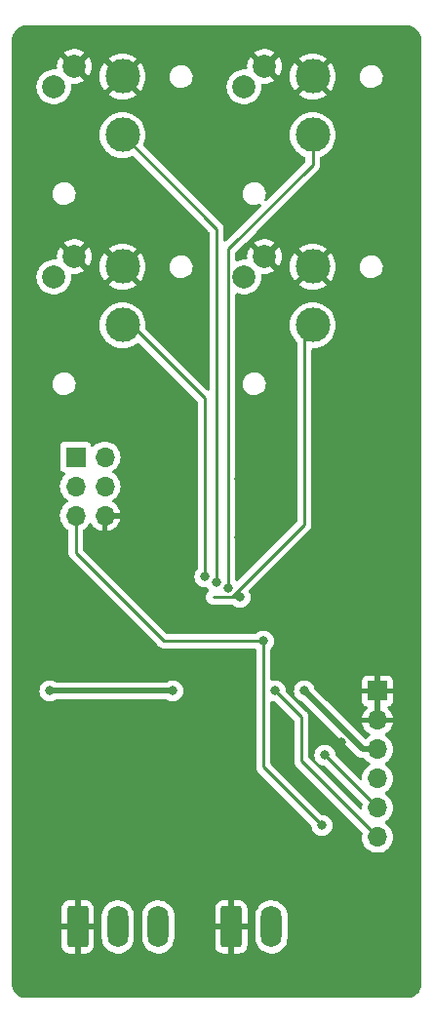
<source format=gbr>
%TF.GenerationSoftware,KiCad,Pcbnew,(7.0.0)*%
%TF.CreationDate,2023-10-20T06:38:37+02:00*%
%TF.ProjectId,SEM_ProjektoroSCH-Rev2,53454d5f-5072-46f6-9a65-6b746f726f53,2.3*%
%TF.SameCoordinates,Original*%
%TF.FileFunction,Copper,L2,Bot*%
%TF.FilePolarity,Positive*%
%FSLAX46Y46*%
G04 Gerber Fmt 4.6, Leading zero omitted, Abs format (unit mm)*
G04 Created by KiCad (PCBNEW (7.0.0)) date 2023-10-20 06:38:37*
%MOMM*%
%LPD*%
G01*
G04 APERTURE LIST*
G04 Aperture macros list*
%AMRoundRect*
0 Rectangle with rounded corners*
0 $1 Rounding radius*
0 $2 $3 $4 $5 $6 $7 $8 $9 X,Y pos of 4 corners*
0 Add a 4 corners polygon primitive as box body*
4,1,4,$2,$3,$4,$5,$6,$7,$8,$9,$2,$3,0*
0 Add four circle primitives for the rounded corners*
1,1,$1+$1,$2,$3*
1,1,$1+$1,$4,$5*
1,1,$1+$1,$6,$7*
1,1,$1+$1,$8,$9*
0 Add four rect primitives between the rounded corners*
20,1,$1+$1,$2,$3,$4,$5,0*
20,1,$1+$1,$4,$5,$6,$7,0*
20,1,$1+$1,$6,$7,$8,$9,0*
20,1,$1+$1,$8,$9,$2,$3,0*%
G04 Aperture macros list end*
%TA.AperFunction,ComponentPad*%
%ADD10RoundRect,0.250000X-0.650000X-1.550000X0.650000X-1.550000X0.650000X1.550000X-0.650000X1.550000X0*%
%TD*%
%TA.AperFunction,ComponentPad*%
%ADD11O,1.800000X3.600000*%
%TD*%
%TA.AperFunction,ComponentPad*%
%ADD12C,3.000000*%
%TD*%
%TA.AperFunction,ComponentPad*%
%ADD13C,2.000000*%
%TD*%
%TA.AperFunction,ComponentPad*%
%ADD14R,1.700000X1.700000*%
%TD*%
%TA.AperFunction,ComponentPad*%
%ADD15O,1.700000X1.700000*%
%TD*%
%TA.AperFunction,ViaPad*%
%ADD16C,0.800000*%
%TD*%
%TA.AperFunction,Conductor*%
%ADD17C,0.508000*%
%TD*%
%TA.AperFunction,Conductor*%
%ADD18C,0.254000*%
%TD*%
G04 APERTURE END LIST*
D10*
%TO.P,J2,1,Pin_1*%
%TO.N,GND*%
X133350000Y-127800000D03*
D11*
%TO.P,J2,2,Pin_2*%
%TO.N,232-TX*%
X136849999Y-127799999D03*
%TO.P,J2,3,Pin_3*%
%TO.N,232-RX*%
X140349999Y-127799999D03*
%TD*%
D10*
%TO.P,J1,1,Pin_1*%
%TO.N,GND*%
X146685000Y-127800000D03*
D11*
%TO.P,J1,2,Pin_2*%
%TO.N,+5V*%
X150184999Y-127799999D03*
%TD*%
D12*
%TO.P,SW4,1,A*%
%TO.N,GND*%
X153765000Y-70485000D03*
%TO.P,SW4,2,B*%
%TO.N,BTN-4*%
X153765000Y-75565000D03*
D13*
%TO.P,SW4,3,A*%
%TO.N,Net-(R4-Pad1)*%
X147796000Y-71374000D03*
%TO.P,SW4,4,K*%
%TO.N,GND*%
X149574000Y-69596000D03*
%TD*%
D14*
%TO.P,J3,1,Pin_1*%
%TO.N,GND*%
X159384999Y-107314999D03*
D15*
%TO.P,J3,2,Pin_2*%
X159384999Y-109854999D03*
%TO.P,J3,3,Pin_3*%
%TO.N,+5V*%
X159384999Y-112394999D03*
%TO.P,J3,4,Pin_4*%
%TO.N,MCU-TX*%
X159384999Y-114934999D03*
%TO.P,J3,5,Pin_5*%
%TO.N,MCU-RX*%
X159384999Y-117474999D03*
%TO.P,J3,6,Pin_6*%
%TO.N,PROG-DTR*%
X159384999Y-120014999D03*
%TD*%
D12*
%TO.P,SW1,1,A*%
%TO.N,GND*%
X137255000Y-53975000D03*
%TO.P,SW1,2,B*%
%TO.N,BTN-1*%
X137255000Y-59055000D03*
D13*
%TO.P,SW1,3,A*%
%TO.N,Net-(R1-Pad1)*%
X131286000Y-54864000D03*
%TO.P,SW1,4,K*%
%TO.N,GND*%
X133064000Y-53086000D03*
%TD*%
D12*
%TO.P,SW2,1,A*%
%TO.N,GND*%
X153765000Y-53975000D03*
%TO.P,SW2,2,B*%
%TO.N,BTN-2*%
X153765000Y-59055000D03*
D13*
%TO.P,SW2,3,A*%
%TO.N,Net-(R2-Pad1)*%
X147796000Y-54864000D03*
%TO.P,SW2,4,K*%
%TO.N,GND*%
X149574000Y-53086000D03*
%TD*%
D14*
%TO.P,J4,1,Pin_1*%
%TO.N,MISO*%
X133174999Y-87009999D03*
D15*
%TO.P,J4,2,Pin_2*%
%TO.N,+5V*%
X135714999Y-87009999D03*
%TO.P,J4,3,Pin_3*%
%TO.N,SCK*%
X133174999Y-89549999D03*
%TO.P,J4,4,Pin_4*%
%TO.N,MOSI*%
X135714999Y-89549999D03*
%TO.P,J4,5,Pin_5*%
%TO.N,RST*%
X133174999Y-92089999D03*
%TO.P,J4,6,Pin_6*%
%TO.N,GND*%
X135714999Y-92089999D03*
%TD*%
D12*
%TO.P,SW3,1,A*%
%TO.N,GND*%
X137255000Y-70485000D03*
%TO.P,SW3,2,B*%
%TO.N,BTN-3*%
X137255000Y-75565000D03*
D13*
%TO.P,SW3,3,A*%
%TO.N,Net-(R3-Pad1)*%
X131286000Y-71374000D03*
%TO.P,SW3,4,K*%
%TO.N,GND*%
X133064000Y-69596000D03*
%TD*%
D16*
%TO.N,+5V*%
X130937000Y-107315000D03*
X153035000Y-107315000D03*
X141605000Y-107315000D03*
%TO.N,GND*%
X162560000Y-60325000D03*
X128270000Y-106045000D03*
X128270000Y-116205000D03*
X128270000Y-90805000D03*
X162560000Y-111125000D03*
X162560000Y-121285000D03*
X161925000Y-50800000D03*
X162560000Y-65405000D03*
X128270000Y-126365000D03*
X153670000Y-50165000D03*
X128270000Y-65405000D03*
X162560000Y-100965000D03*
X144145000Y-107950000D03*
X128270000Y-111125000D03*
X147320000Y-93980000D03*
X162560000Y-70485000D03*
X152019000Y-96901000D03*
X153670000Y-133350000D03*
X128270000Y-95885000D03*
X148590000Y-50165000D03*
X147320000Y-88900000D03*
X155067000Y-93345000D03*
X137795000Y-113665000D03*
X156210000Y-111760000D03*
X162560000Y-126365000D03*
X154940000Y-84455000D03*
X128270000Y-85725000D03*
X162560000Y-85725000D03*
X147955000Y-113411000D03*
X139065000Y-88265000D03*
X161925000Y-132715000D03*
X159095000Y-127381000D03*
X138430000Y-133350000D03*
X158750000Y-50165000D03*
X162560000Y-90805000D03*
X162560000Y-116205000D03*
X128270000Y-121285000D03*
X143383000Y-96393000D03*
X151130000Y-121920000D03*
X162560000Y-55245000D03*
X148590000Y-133350000D03*
X128270000Y-55245000D03*
X128905000Y-50800000D03*
X135255000Y-123825000D03*
X136525000Y-95885000D03*
X137795000Y-119380000D03*
X141605000Y-100965000D03*
X128270000Y-70485000D03*
X137033000Y-110109000D03*
X142240000Y-124460000D03*
X162560000Y-106045000D03*
X128270000Y-60325000D03*
X128270000Y-100965000D03*
X128905000Y-132715000D03*
X151765000Y-113030000D03*
X128270000Y-75565000D03*
X162560000Y-80645000D03*
X162560000Y-95885000D03*
X128270000Y-80645000D03*
X158750000Y-133350000D03*
X138430000Y-50165000D03*
X133350000Y-50165000D03*
X143510000Y-133350000D03*
X133350000Y-133350000D03*
X143510000Y-50165000D03*
X162560000Y-75565000D03*
%TO.N,RST*%
X154559000Y-118999000D03*
X149479000Y-102997000D03*
%TO.N,PROG-DTR*%
X150495000Y-107315000D03*
%TO.N,MCU-RX*%
X154813000Y-112903000D03*
%TO.N,BTN-1*%
X145415000Y-97917000D03*
%TO.N,BTN-2*%
X146431000Y-98425000D03*
%TO.N,BTN-3*%
X144399000Y-97409000D03*
%TO.N,BTN-4*%
X147447000Y-99175498D03*
%TD*%
D17*
%TO.N,+5V*%
X130937000Y-107315000D02*
X141605000Y-107315000D01*
X153035000Y-107315000D02*
X158115000Y-112395000D01*
X158115000Y-112395000D02*
X159385000Y-112395000D01*
D18*
%TO.N,RST*%
X154559000Y-118999000D02*
X149479000Y-113919000D01*
X149479000Y-102997000D02*
X140843000Y-102997000D01*
X133175000Y-95329000D02*
X133175000Y-92090000D01*
X149479000Y-113919000D02*
X149479000Y-102997000D01*
X140843000Y-102997000D02*
X133175000Y-95329000D01*
%TO.N,PROG-DTR*%
X150495000Y-107315000D02*
X152781000Y-109601000D01*
X152781000Y-109601000D02*
X152781000Y-113411000D01*
X152781000Y-113411000D02*
X159385000Y-120015000D01*
%TO.N,MCU-RX*%
X159385000Y-117475000D02*
X154813000Y-112903000D01*
%TO.N,BTN-1*%
X145415000Y-67215000D02*
X137255000Y-59055000D01*
X145415000Y-97917000D02*
X145415000Y-67215000D01*
%TO.N,BTN-2*%
X153765000Y-61627000D02*
X153765000Y-59055000D01*
X146431000Y-68961000D02*
X153765000Y-61627000D01*
X146431000Y-98425000D02*
X146431000Y-68961000D01*
%TO.N,BTN-3*%
X144399000Y-81915000D02*
X138049000Y-75565000D01*
X144399000Y-97409000D02*
X144399000Y-81915000D01*
X138049000Y-75565000D02*
X137255000Y-75565000D01*
%TO.N,BTN-4*%
X147447000Y-99175498D02*
X145137364Y-99175498D01*
X153035000Y-92849134D02*
X153035000Y-76295000D01*
X145137364Y-99175498D02*
X145113866Y-99152000D01*
X145113866Y-99152000D02*
X146732134Y-99152000D01*
X146732134Y-99152000D02*
X153035000Y-92849134D01*
X153035000Y-76295000D02*
X153765000Y-75565000D01*
%TD*%
%TA.AperFunction,Conductor*%
%TO.N,GND*%
G36*
X161929853Y-49530882D02*
G01*
X161932530Y-49531092D01*
X161981632Y-49534957D01*
X161982244Y-49535008D01*
X162122579Y-49547285D01*
X162140698Y-49550236D01*
X162219494Y-49569153D01*
X162222476Y-49569910D01*
X162327793Y-49598130D01*
X162343150Y-49603343D01*
X162371451Y-49615065D01*
X162423496Y-49636622D01*
X162428376Y-49638770D01*
X162521788Y-49682329D01*
X162534135Y-49688963D01*
X162610163Y-49735553D01*
X162616477Y-49739694D01*
X162699166Y-49797594D01*
X162708551Y-49804860D01*
X162776975Y-49863299D01*
X162784124Y-49869908D01*
X162855090Y-49940874D01*
X162861699Y-49948023D01*
X162920135Y-50016442D01*
X162927414Y-50025844D01*
X162985299Y-50108513D01*
X162989451Y-50114845D01*
X163036028Y-50190852D01*
X163042680Y-50203231D01*
X163086208Y-50296577D01*
X163088388Y-50301531D01*
X163121655Y-50381848D01*
X163126868Y-50397205D01*
X163155067Y-50502442D01*
X163155866Y-50505589D01*
X163174760Y-50584290D01*
X163177714Y-50602430D01*
X163189967Y-50742487D01*
X163190057Y-50743562D01*
X163194118Y-50795145D01*
X163194500Y-50804877D01*
X163194500Y-132710123D01*
X163194117Y-132719855D01*
X163190056Y-132771436D01*
X163189967Y-132772511D01*
X163177714Y-132912568D01*
X163174760Y-132930708D01*
X163155866Y-133009409D01*
X163155067Y-133012556D01*
X163126868Y-133117793D01*
X163121655Y-133133150D01*
X163088388Y-133213467D01*
X163086208Y-133218421D01*
X163042680Y-133311767D01*
X163036025Y-133324153D01*
X162989451Y-133400153D01*
X162985299Y-133406485D01*
X162927414Y-133489154D01*
X162920129Y-133498563D01*
X162861699Y-133566975D01*
X162855090Y-133574124D01*
X162784124Y-133645090D01*
X162776975Y-133651699D01*
X162708563Y-133710129D01*
X162699154Y-133717414D01*
X162616485Y-133775299D01*
X162610153Y-133779451D01*
X162534153Y-133826025D01*
X162521767Y-133832680D01*
X162428421Y-133876208D01*
X162423467Y-133878388D01*
X162343150Y-133911655D01*
X162327793Y-133916868D01*
X162222556Y-133945067D01*
X162219409Y-133945866D01*
X162140708Y-133964760D01*
X162122568Y-133967714D01*
X161982511Y-133979967D01*
X161981436Y-133980056D01*
X161929855Y-133984117D01*
X161920123Y-133984500D01*
X128909877Y-133984500D01*
X128900147Y-133984118D01*
X128895829Y-133983778D01*
X128848562Y-133980057D01*
X128847487Y-133979967D01*
X128707430Y-133967714D01*
X128689290Y-133964760D01*
X128610589Y-133945866D01*
X128607442Y-133945067D01*
X128502205Y-133916868D01*
X128486848Y-133911655D01*
X128406531Y-133878388D01*
X128401577Y-133876208D01*
X128308224Y-133832676D01*
X128295852Y-133826028D01*
X128248554Y-133797044D01*
X128219845Y-133779451D01*
X128213513Y-133775299D01*
X128178624Y-133750869D01*
X128130839Y-133717410D01*
X128121442Y-133710135D01*
X128053023Y-133651699D01*
X128045874Y-133645090D01*
X127974908Y-133574124D01*
X127968299Y-133566975D01*
X127947545Y-133542675D01*
X127909860Y-133498551D01*
X127902594Y-133489166D01*
X127844694Y-133406477D01*
X127840547Y-133400153D01*
X127793963Y-133324135D01*
X127787329Y-133311788D01*
X127743770Y-133218376D01*
X127741622Y-133213496D01*
X127708343Y-133133150D01*
X127703130Y-133117793D01*
X127674910Y-133012476D01*
X127674153Y-133009494D01*
X127655236Y-132930698D01*
X127652285Y-132912579D01*
X127640008Y-132772244D01*
X127639957Y-132771632D01*
X127635882Y-132719853D01*
X127635500Y-132710126D01*
X127635500Y-129396829D01*
X131950001Y-129396829D01*
X131950321Y-129403111D01*
X131959805Y-129495959D01*
X131962623Y-129509122D01*
X132013370Y-129662267D01*
X132019432Y-129675266D01*
X132103890Y-129812194D01*
X132112794Y-129823455D01*
X132226544Y-129937205D01*
X132237805Y-129946109D01*
X132374733Y-130030567D01*
X132387732Y-130036629D01*
X132540874Y-130087375D01*
X132554041Y-130090194D01*
X132646890Y-130099680D01*
X132653168Y-130100000D01*
X133083674Y-130100000D01*
X133096549Y-130096549D01*
X133100000Y-130083674D01*
X133100000Y-130083673D01*
X133600000Y-130083673D01*
X133603450Y-130096548D01*
X133616326Y-130099999D01*
X134046829Y-130099999D01*
X134053111Y-130099678D01*
X134145959Y-130090194D01*
X134159122Y-130087376D01*
X134312267Y-130036629D01*
X134325266Y-130030567D01*
X134462194Y-129946109D01*
X134473455Y-129937205D01*
X134587205Y-129823455D01*
X134596109Y-129812194D01*
X134680567Y-129675266D01*
X134686629Y-129662267D01*
X134737375Y-129509125D01*
X134740194Y-129495958D01*
X134749680Y-129403109D01*
X134750000Y-129396832D01*
X134750000Y-128759497D01*
X135449500Y-128759497D01*
X135449722Y-128762113D01*
X135449723Y-128762121D01*
X135464206Y-128932287D01*
X135464207Y-128932296D01*
X135464654Y-128937541D01*
X135524725Y-129168249D01*
X135622923Y-129385486D01*
X135756421Y-129583003D01*
X135921379Y-129755118D01*
X135925614Y-129758250D01*
X136108815Y-129893745D01*
X136108818Y-129893746D01*
X136113053Y-129896879D01*
X136325926Y-130004207D01*
X136553877Y-130074016D01*
X136790346Y-130104298D01*
X137028532Y-130094180D01*
X137261581Y-130043954D01*
X137482790Y-129955064D01*
X137685795Y-129830069D01*
X137864755Y-129672564D01*
X138014523Y-129487080D01*
X138130790Y-129278954D01*
X138210211Y-129054171D01*
X138250500Y-128819200D01*
X138250500Y-128759497D01*
X138949500Y-128759497D01*
X138949722Y-128762113D01*
X138949723Y-128762121D01*
X138964206Y-128932287D01*
X138964207Y-128932296D01*
X138964654Y-128937541D01*
X139024725Y-129168249D01*
X139122923Y-129385486D01*
X139256421Y-129583003D01*
X139421379Y-129755118D01*
X139425614Y-129758250D01*
X139608815Y-129893745D01*
X139608818Y-129893746D01*
X139613053Y-129896879D01*
X139825926Y-130004207D01*
X140053877Y-130074016D01*
X140290346Y-130104298D01*
X140528532Y-130094180D01*
X140761581Y-130043954D01*
X140982790Y-129955064D01*
X141185795Y-129830069D01*
X141364755Y-129672564D01*
X141514523Y-129487080D01*
X141564941Y-129396829D01*
X145285001Y-129396829D01*
X145285321Y-129403111D01*
X145294805Y-129495959D01*
X145297623Y-129509122D01*
X145348370Y-129662267D01*
X145354432Y-129675266D01*
X145438890Y-129812194D01*
X145447794Y-129823455D01*
X145561544Y-129937205D01*
X145572805Y-129946109D01*
X145709733Y-130030567D01*
X145722732Y-130036629D01*
X145875874Y-130087375D01*
X145889041Y-130090194D01*
X145981890Y-130099680D01*
X145988168Y-130100000D01*
X146418674Y-130100000D01*
X146431549Y-130096549D01*
X146435000Y-130083674D01*
X146435000Y-130083673D01*
X146935000Y-130083673D01*
X146938450Y-130096548D01*
X146951326Y-130099999D01*
X147381829Y-130099999D01*
X147388111Y-130099678D01*
X147480959Y-130090194D01*
X147494122Y-130087376D01*
X147647267Y-130036629D01*
X147660266Y-130030567D01*
X147797194Y-129946109D01*
X147808455Y-129937205D01*
X147922205Y-129823455D01*
X147931109Y-129812194D01*
X148015567Y-129675266D01*
X148021629Y-129662267D01*
X148072375Y-129509125D01*
X148075194Y-129495958D01*
X148084680Y-129403109D01*
X148085000Y-129396832D01*
X148085000Y-128759497D01*
X148784500Y-128759497D01*
X148784722Y-128762113D01*
X148784723Y-128762121D01*
X148799206Y-128932287D01*
X148799207Y-128932296D01*
X148799654Y-128937541D01*
X148859725Y-129168249D01*
X148957923Y-129385486D01*
X149091421Y-129583003D01*
X149256379Y-129755118D01*
X149260614Y-129758250D01*
X149443815Y-129893745D01*
X149443818Y-129893746D01*
X149448053Y-129896879D01*
X149660926Y-130004207D01*
X149888877Y-130074016D01*
X150125346Y-130104298D01*
X150363532Y-130094180D01*
X150596581Y-130043954D01*
X150817790Y-129955064D01*
X151020795Y-129830069D01*
X151199755Y-129672564D01*
X151349523Y-129487080D01*
X151465790Y-129278954D01*
X151545211Y-129054171D01*
X151585500Y-128819200D01*
X151585500Y-126840503D01*
X151570346Y-126662459D01*
X151510275Y-126431751D01*
X151412077Y-126214514D01*
X151278579Y-126016997D01*
X151113621Y-125844882D01*
X151021222Y-125776544D01*
X150926184Y-125706254D01*
X150926178Y-125706250D01*
X150921947Y-125703121D01*
X150917243Y-125700749D01*
X150917241Y-125700748D01*
X150802652Y-125642974D01*
X150709074Y-125595793D01*
X150622996Y-125569432D01*
X150486159Y-125527526D01*
X150486156Y-125527525D01*
X150481123Y-125525984D01*
X150475899Y-125525315D01*
X150249871Y-125496370D01*
X150249870Y-125496369D01*
X150244654Y-125495702D01*
X150239399Y-125495925D01*
X150239394Y-125495925D01*
X150011733Y-125505596D01*
X150011728Y-125505596D01*
X150006468Y-125505820D01*
X150001328Y-125506927D01*
X150001318Y-125506929D01*
X149778571Y-125554935D01*
X149778563Y-125554937D01*
X149773419Y-125556046D01*
X149768532Y-125558009D01*
X149768528Y-125558011D01*
X149557091Y-125642974D01*
X149557084Y-125642977D01*
X149552210Y-125644936D01*
X149547738Y-125647689D01*
X149547731Y-125647693D01*
X149353684Y-125767172D01*
X149353674Y-125767179D01*
X149349205Y-125769931D01*
X149345263Y-125773400D01*
X149345254Y-125773407D01*
X149174201Y-125923954D01*
X149170245Y-125927436D01*
X149166937Y-125931532D01*
X149166932Y-125931538D01*
X149023787Y-126108820D01*
X149023784Y-126108823D01*
X149020477Y-126112920D01*
X149017913Y-126117508D01*
X149017910Y-126117514D01*
X148906778Y-126316448D01*
X148906775Y-126316453D01*
X148904210Y-126321046D01*
X148902457Y-126326006D01*
X148902454Y-126326014D01*
X148826544Y-126540859D01*
X148826541Y-126540869D01*
X148824789Y-126545829D01*
X148823899Y-126551015D01*
X148823897Y-126551026D01*
X148785390Y-126775606D01*
X148785389Y-126775612D01*
X148784500Y-126780800D01*
X148784500Y-128759497D01*
X148085000Y-128759497D01*
X148085000Y-128066326D01*
X148081549Y-128053450D01*
X148068674Y-128050000D01*
X146951326Y-128050000D01*
X146938450Y-128053450D01*
X146935000Y-128066326D01*
X146935000Y-130083673D01*
X146435000Y-130083673D01*
X146435000Y-128066326D01*
X146431549Y-128053450D01*
X146418674Y-128050000D01*
X145301327Y-128050000D01*
X145288451Y-128053450D01*
X145285001Y-128066326D01*
X145285001Y-129396829D01*
X141564941Y-129396829D01*
X141630790Y-129278954D01*
X141710211Y-129054171D01*
X141750500Y-128819200D01*
X141750500Y-127533674D01*
X145285000Y-127533674D01*
X145288450Y-127546549D01*
X145301326Y-127550000D01*
X146418674Y-127550000D01*
X146431549Y-127546549D01*
X146435000Y-127533674D01*
X146935000Y-127533674D01*
X146938450Y-127546549D01*
X146951326Y-127550000D01*
X148068673Y-127550000D01*
X148081548Y-127546549D01*
X148084999Y-127533674D01*
X148084999Y-126203171D01*
X148084678Y-126196888D01*
X148075194Y-126104040D01*
X148072376Y-126090877D01*
X148021629Y-125937732D01*
X148015567Y-125924733D01*
X147931109Y-125787805D01*
X147922205Y-125776544D01*
X147808455Y-125662794D01*
X147797194Y-125653890D01*
X147660266Y-125569432D01*
X147647267Y-125563370D01*
X147494125Y-125512624D01*
X147480958Y-125509805D01*
X147388109Y-125500319D01*
X147381832Y-125500000D01*
X146951326Y-125500000D01*
X146938450Y-125503450D01*
X146935000Y-125516326D01*
X146935000Y-127533674D01*
X146435000Y-127533674D01*
X146435000Y-125516327D01*
X146431549Y-125503451D01*
X146418674Y-125500001D01*
X145988171Y-125500001D01*
X145981888Y-125500321D01*
X145889040Y-125509805D01*
X145875877Y-125512623D01*
X145722732Y-125563370D01*
X145709733Y-125569432D01*
X145572805Y-125653890D01*
X145561544Y-125662794D01*
X145447794Y-125776544D01*
X145438890Y-125787805D01*
X145354432Y-125924733D01*
X145348370Y-125937732D01*
X145297624Y-126090874D01*
X145294805Y-126104041D01*
X145285319Y-126196890D01*
X145285000Y-126203168D01*
X145285000Y-127533674D01*
X141750500Y-127533674D01*
X141750500Y-126840503D01*
X141735346Y-126662459D01*
X141675275Y-126431751D01*
X141577077Y-126214514D01*
X141443579Y-126016997D01*
X141278621Y-125844882D01*
X141186222Y-125776544D01*
X141091184Y-125706254D01*
X141091178Y-125706250D01*
X141086947Y-125703121D01*
X141082243Y-125700749D01*
X141082241Y-125700748D01*
X140967652Y-125642974D01*
X140874074Y-125595793D01*
X140787996Y-125569432D01*
X140651159Y-125527526D01*
X140651156Y-125527525D01*
X140646123Y-125525984D01*
X140640899Y-125525315D01*
X140414871Y-125496370D01*
X140414870Y-125496369D01*
X140409654Y-125495702D01*
X140404399Y-125495925D01*
X140404394Y-125495925D01*
X140176733Y-125505596D01*
X140176728Y-125505596D01*
X140171468Y-125505820D01*
X140166328Y-125506927D01*
X140166318Y-125506929D01*
X139943571Y-125554935D01*
X139943563Y-125554937D01*
X139938419Y-125556046D01*
X139933532Y-125558009D01*
X139933528Y-125558011D01*
X139722091Y-125642974D01*
X139722084Y-125642977D01*
X139717210Y-125644936D01*
X139712738Y-125647689D01*
X139712731Y-125647693D01*
X139518684Y-125767172D01*
X139518674Y-125767179D01*
X139514205Y-125769931D01*
X139510263Y-125773400D01*
X139510254Y-125773407D01*
X139339201Y-125923954D01*
X139335245Y-125927436D01*
X139331937Y-125931532D01*
X139331932Y-125931538D01*
X139188787Y-126108820D01*
X139188784Y-126108823D01*
X139185477Y-126112920D01*
X139182913Y-126117508D01*
X139182910Y-126117514D01*
X139071778Y-126316448D01*
X139071775Y-126316453D01*
X139069210Y-126321046D01*
X139067457Y-126326006D01*
X139067454Y-126326014D01*
X138991544Y-126540859D01*
X138991541Y-126540869D01*
X138989789Y-126545829D01*
X138988899Y-126551015D01*
X138988897Y-126551026D01*
X138950390Y-126775606D01*
X138950389Y-126775612D01*
X138949500Y-126780800D01*
X138949500Y-128759497D01*
X138250500Y-128759497D01*
X138250500Y-126840503D01*
X138235346Y-126662459D01*
X138175275Y-126431751D01*
X138077077Y-126214514D01*
X137943579Y-126016997D01*
X137778621Y-125844882D01*
X137686222Y-125776544D01*
X137591184Y-125706254D01*
X137591178Y-125706250D01*
X137586947Y-125703121D01*
X137582243Y-125700749D01*
X137582241Y-125700748D01*
X137467652Y-125642974D01*
X137374074Y-125595793D01*
X137287996Y-125569432D01*
X137151159Y-125527526D01*
X137151156Y-125527525D01*
X137146123Y-125525984D01*
X137140899Y-125525315D01*
X136914871Y-125496370D01*
X136914870Y-125496369D01*
X136909654Y-125495702D01*
X136904399Y-125495925D01*
X136904394Y-125495925D01*
X136676733Y-125505596D01*
X136676728Y-125505596D01*
X136671468Y-125505820D01*
X136666328Y-125506927D01*
X136666318Y-125506929D01*
X136443571Y-125554935D01*
X136443563Y-125554937D01*
X136438419Y-125556046D01*
X136433532Y-125558009D01*
X136433528Y-125558011D01*
X136222091Y-125642974D01*
X136222084Y-125642977D01*
X136217210Y-125644936D01*
X136212738Y-125647689D01*
X136212731Y-125647693D01*
X136018684Y-125767172D01*
X136018674Y-125767179D01*
X136014205Y-125769931D01*
X136010263Y-125773400D01*
X136010254Y-125773407D01*
X135839201Y-125923954D01*
X135835245Y-125927436D01*
X135831937Y-125931532D01*
X135831932Y-125931538D01*
X135688787Y-126108820D01*
X135688784Y-126108823D01*
X135685477Y-126112920D01*
X135682913Y-126117508D01*
X135682910Y-126117514D01*
X135571778Y-126316448D01*
X135571775Y-126316453D01*
X135569210Y-126321046D01*
X135567457Y-126326006D01*
X135567454Y-126326014D01*
X135491544Y-126540859D01*
X135491541Y-126540869D01*
X135489789Y-126545829D01*
X135488899Y-126551015D01*
X135488897Y-126551026D01*
X135450390Y-126775606D01*
X135450389Y-126775612D01*
X135449500Y-126780800D01*
X135449500Y-128759497D01*
X134750000Y-128759497D01*
X134750000Y-128066326D01*
X134746549Y-128053450D01*
X134733674Y-128050000D01*
X133616326Y-128050000D01*
X133603450Y-128053450D01*
X133600000Y-128066326D01*
X133600000Y-130083673D01*
X133100000Y-130083673D01*
X133100000Y-128066326D01*
X133096549Y-128053450D01*
X133083674Y-128050000D01*
X131966327Y-128050000D01*
X131953451Y-128053450D01*
X131950001Y-128066326D01*
X131950001Y-129396829D01*
X127635500Y-129396829D01*
X127635500Y-127533674D01*
X131950000Y-127533674D01*
X131953450Y-127546549D01*
X131966326Y-127550000D01*
X133083674Y-127550000D01*
X133096549Y-127546549D01*
X133100000Y-127533674D01*
X133600000Y-127533674D01*
X133603450Y-127546549D01*
X133616326Y-127550000D01*
X134733673Y-127550000D01*
X134746548Y-127546549D01*
X134749999Y-127533674D01*
X134749999Y-126203171D01*
X134749678Y-126196888D01*
X134740194Y-126104040D01*
X134737376Y-126090877D01*
X134686629Y-125937732D01*
X134680567Y-125924733D01*
X134596109Y-125787805D01*
X134587205Y-125776544D01*
X134473455Y-125662794D01*
X134462194Y-125653890D01*
X134325266Y-125569432D01*
X134312267Y-125563370D01*
X134159125Y-125512624D01*
X134145958Y-125509805D01*
X134053109Y-125500319D01*
X134046832Y-125500000D01*
X133616326Y-125500000D01*
X133603450Y-125503450D01*
X133600000Y-125516326D01*
X133600000Y-127533674D01*
X133100000Y-127533674D01*
X133100000Y-125516327D01*
X133096549Y-125503451D01*
X133083674Y-125500001D01*
X132653171Y-125500001D01*
X132646888Y-125500321D01*
X132554040Y-125509805D01*
X132540877Y-125512623D01*
X132387732Y-125563370D01*
X132374733Y-125569432D01*
X132237805Y-125653890D01*
X132226544Y-125662794D01*
X132112794Y-125776544D01*
X132103890Y-125787805D01*
X132019432Y-125924733D01*
X132013370Y-125937732D01*
X131962624Y-126090874D01*
X131959805Y-126104041D01*
X131950319Y-126196890D01*
X131950000Y-126203168D01*
X131950000Y-127533674D01*
X127635500Y-127533674D01*
X127635500Y-107315000D01*
X130031540Y-107315000D01*
X130032219Y-107321460D01*
X130050646Y-107496795D01*
X130050647Y-107496803D01*
X130051326Y-107503256D01*
X130053331Y-107509428D01*
X130053333Y-107509435D01*
X130107813Y-107677105D01*
X130109821Y-107683284D01*
X130204467Y-107847216D01*
X130331129Y-107987888D01*
X130484270Y-108099151D01*
X130657197Y-108176144D01*
X130842354Y-108215500D01*
X131025143Y-108215500D01*
X131031646Y-108215500D01*
X131216803Y-108176144D01*
X131389730Y-108099151D01*
X131397949Y-108093179D01*
X131432514Y-108075569D01*
X131470831Y-108069500D01*
X141071169Y-108069500D01*
X141109486Y-108075569D01*
X141144050Y-108093179D01*
X141152270Y-108099151D01*
X141325197Y-108176144D01*
X141510354Y-108215500D01*
X141693143Y-108215500D01*
X141699646Y-108215500D01*
X141884803Y-108176144D01*
X142057730Y-108099151D01*
X142210871Y-107987888D01*
X142337533Y-107847216D01*
X142432179Y-107683284D01*
X142490674Y-107503256D01*
X142510460Y-107315000D01*
X142490674Y-107126744D01*
X142432179Y-106946716D01*
X142337533Y-106782784D01*
X142210871Y-106642112D01*
X142205613Y-106638292D01*
X142205611Y-106638290D01*
X142062988Y-106534669D01*
X142062987Y-106534668D01*
X142057730Y-106530849D01*
X142051792Y-106528205D01*
X141890745Y-106456501D01*
X141890740Y-106456499D01*
X141884803Y-106453856D01*
X141878444Y-106452504D01*
X141878440Y-106452503D01*
X141706008Y-106415852D01*
X141706005Y-106415851D01*
X141699646Y-106414500D01*
X141510354Y-106414500D01*
X141503995Y-106415851D01*
X141503991Y-106415852D01*
X141331559Y-106452503D01*
X141331552Y-106452505D01*
X141325197Y-106453856D01*
X141319262Y-106456498D01*
X141319254Y-106456501D01*
X141158207Y-106528205D01*
X141158202Y-106528207D01*
X141152270Y-106530849D01*
X141144052Y-106536820D01*
X141109486Y-106554431D01*
X141071169Y-106560500D01*
X131470831Y-106560500D01*
X131432514Y-106554431D01*
X131397948Y-106536820D01*
X131389730Y-106530849D01*
X131383792Y-106528205D01*
X131222745Y-106456501D01*
X131222740Y-106456499D01*
X131216803Y-106453856D01*
X131210444Y-106452504D01*
X131210440Y-106452503D01*
X131038008Y-106415852D01*
X131038005Y-106415851D01*
X131031646Y-106414500D01*
X130842354Y-106414500D01*
X130835995Y-106415851D01*
X130835991Y-106415852D01*
X130663559Y-106452503D01*
X130663552Y-106452505D01*
X130657197Y-106453856D01*
X130651262Y-106456498D01*
X130651254Y-106456501D01*
X130490207Y-106528205D01*
X130490202Y-106528207D01*
X130484270Y-106530849D01*
X130479016Y-106534665D01*
X130479011Y-106534669D01*
X130336388Y-106638290D01*
X130336381Y-106638295D01*
X130331129Y-106642112D01*
X130326784Y-106646937D01*
X130326779Y-106646942D01*
X130208813Y-106777956D01*
X130208808Y-106777962D01*
X130204467Y-106782784D01*
X130201222Y-106788404D01*
X130201218Y-106788410D01*
X130113069Y-106941089D01*
X130113066Y-106941094D01*
X130109821Y-106946716D01*
X130107815Y-106952888D01*
X130107813Y-106952894D01*
X130053333Y-107120564D01*
X130053331Y-107120573D01*
X130051326Y-107126744D01*
X130050648Y-107133194D01*
X130050646Y-107133204D01*
X130048038Y-107158024D01*
X130031540Y-107315000D01*
X127635500Y-107315000D01*
X127635500Y-92090000D01*
X131819341Y-92090000D01*
X131839937Y-92325408D01*
X131841336Y-92330630D01*
X131841337Y-92330634D01*
X131899694Y-92548430D01*
X131899697Y-92548438D01*
X131901097Y-92553663D01*
X131903385Y-92558570D01*
X131903386Y-92558572D01*
X131998678Y-92762927D01*
X131998681Y-92762933D01*
X132000965Y-92767830D01*
X132004064Y-92772257D01*
X132004066Y-92772259D01*
X132133399Y-92956966D01*
X132133402Y-92956970D01*
X132136505Y-92961401D01*
X132303599Y-93128495D01*
X132308032Y-93131599D01*
X132308038Y-93131604D01*
X132494623Y-93262252D01*
X132533489Y-93306570D01*
X132547500Y-93363827D01*
X132547500Y-95250955D01*
X132546976Y-95262066D01*
X132545320Y-95269477D01*
X132545565Y-95277274D01*
X132545565Y-95277275D01*
X132547439Y-95336919D01*
X132547500Y-95340813D01*
X132547500Y-95368476D01*
X132547988Y-95372343D01*
X132547989Y-95372354D01*
X132548007Y-95372494D01*
X132548921Y-95384117D01*
X132550053Y-95420144D01*
X132550054Y-95420150D01*
X132550299Y-95427943D01*
X132552474Y-95435432D01*
X132552475Y-95435433D01*
X132555917Y-95447280D01*
X132559860Y-95466324D01*
X132561404Y-95478548D01*
X132561407Y-95478559D01*
X132562384Y-95486293D01*
X132565253Y-95493541D01*
X132565256Y-95493550D01*
X132578519Y-95527050D01*
X132582302Y-95538097D01*
X132594532Y-95580191D01*
X132598502Y-95586903D01*
X132598503Y-95586906D01*
X132604776Y-95597513D01*
X132613336Y-95614985D01*
X132620747Y-95633703D01*
X132625332Y-95640014D01*
X132625334Y-95640017D01*
X132646512Y-95669167D01*
X132652924Y-95678928D01*
X132671264Y-95709939D01*
X132671266Y-95709942D01*
X132675237Y-95716656D01*
X132680755Y-95722174D01*
X132689471Y-95730890D01*
X132702103Y-95745679D01*
X132713937Y-95761967D01*
X132719947Y-95766938D01*
X132719949Y-95766941D01*
X132747705Y-95789902D01*
X132756346Y-95797765D01*
X140344104Y-103385523D01*
X140351591Y-103393751D01*
X140355660Y-103400162D01*
X140361344Y-103405499D01*
X140361346Y-103405502D01*
X140404846Y-103446351D01*
X140407643Y-103449061D01*
X140427205Y-103468624D01*
X140430405Y-103471106D01*
X140439276Y-103478684D01*
X140465545Y-103503352D01*
X140471233Y-103508693D01*
X140488878Y-103518393D01*
X140505136Y-103529073D01*
X140521038Y-103541408D01*
X140528201Y-103544507D01*
X140528200Y-103544507D01*
X140561260Y-103558813D01*
X140571751Y-103563952D01*
X140610166Y-103585072D01*
X140629663Y-103590077D01*
X140648063Y-103596377D01*
X140666542Y-103604374D01*
X140709847Y-103611232D01*
X140721270Y-103613598D01*
X140763728Y-103624500D01*
X140783859Y-103624500D01*
X140803257Y-103626027D01*
X140823133Y-103629175D01*
X140866768Y-103625050D01*
X140878439Y-103624500D01*
X148727500Y-103624500D01*
X148789500Y-103641113D01*
X148834887Y-103686500D01*
X148851500Y-103748500D01*
X148851500Y-113840955D01*
X148850976Y-113852066D01*
X148849320Y-113859477D01*
X148849565Y-113867274D01*
X148849565Y-113867275D01*
X148851439Y-113926919D01*
X148851500Y-113930813D01*
X148851500Y-113958476D01*
X148851988Y-113962343D01*
X148851989Y-113962354D01*
X148852007Y-113962494D01*
X148852921Y-113974117D01*
X148854053Y-114010144D01*
X148854054Y-114010150D01*
X148854299Y-114017943D01*
X148856474Y-114025432D01*
X148856475Y-114025433D01*
X148859917Y-114037280D01*
X148863860Y-114056324D01*
X148865404Y-114068548D01*
X148865407Y-114068559D01*
X148866384Y-114076293D01*
X148869253Y-114083541D01*
X148869256Y-114083550D01*
X148882519Y-114117050D01*
X148886302Y-114128097D01*
X148898532Y-114170191D01*
X148902502Y-114176903D01*
X148902503Y-114176906D01*
X148908776Y-114187513D01*
X148917336Y-114204985D01*
X148924747Y-114223703D01*
X148929332Y-114230014D01*
X148929334Y-114230017D01*
X148950512Y-114259167D01*
X148956924Y-114268928D01*
X148975264Y-114299939D01*
X148975266Y-114299942D01*
X148979237Y-114306656D01*
X148984754Y-114312173D01*
X148984755Y-114312174D01*
X148993471Y-114320890D01*
X149006103Y-114335679D01*
X149017937Y-114351967D01*
X149023947Y-114356938D01*
X149023949Y-114356941D01*
X149051705Y-114379902D01*
X149060346Y-114387765D01*
X153620370Y-118947789D01*
X153644610Y-118982086D01*
X153656010Y-119022508D01*
X153669204Y-119148034D01*
X153673326Y-119187256D01*
X153675331Y-119193428D01*
X153675333Y-119193435D01*
X153723632Y-119342081D01*
X153731821Y-119367284D01*
X153826467Y-119531216D01*
X153830811Y-119536041D01*
X153830813Y-119536043D01*
X153948779Y-119667057D01*
X153953129Y-119671888D01*
X153958387Y-119675708D01*
X153958388Y-119675709D01*
X154029699Y-119727519D01*
X154106270Y-119783151D01*
X154279197Y-119860144D01*
X154464354Y-119899500D01*
X154647143Y-119899500D01*
X154653646Y-119899500D01*
X154838803Y-119860144D01*
X155011730Y-119783151D01*
X155164871Y-119671888D01*
X155291533Y-119531216D01*
X155386179Y-119367284D01*
X155444674Y-119187256D01*
X155464460Y-118999000D01*
X155444674Y-118810744D01*
X155386179Y-118630716D01*
X155291533Y-118466784D01*
X155164871Y-118326112D01*
X155159613Y-118322292D01*
X155159611Y-118322290D01*
X155016988Y-118218669D01*
X155016987Y-118218668D01*
X155011730Y-118214849D01*
X155005792Y-118212205D01*
X154844745Y-118140501D01*
X154844740Y-118140499D01*
X154838803Y-118137856D01*
X154832444Y-118136504D01*
X154832440Y-118136503D01*
X154660008Y-118099852D01*
X154660005Y-118099851D01*
X154653646Y-118098500D01*
X154647143Y-118098500D01*
X154597281Y-118098500D01*
X154549828Y-118089061D01*
X154509600Y-118062181D01*
X150142819Y-113695400D01*
X150115939Y-113655172D01*
X150106500Y-113607719D01*
X150106500Y-108306167D01*
X150118579Y-108252784D01*
X150152464Y-108209801D01*
X150201552Y-108185593D01*
X150256281Y-108184877D01*
X150331087Y-108200777D01*
X150400354Y-108215500D01*
X150456719Y-108215500D01*
X150504172Y-108224939D01*
X150544400Y-108251819D01*
X152117181Y-109824600D01*
X152144061Y-109864828D01*
X152153500Y-109912281D01*
X152153500Y-113332955D01*
X152152976Y-113344066D01*
X152151320Y-113351477D01*
X152151565Y-113359274D01*
X152151565Y-113359275D01*
X152153439Y-113418919D01*
X152153500Y-113422813D01*
X152153500Y-113450476D01*
X152153988Y-113454343D01*
X152153989Y-113454354D01*
X152154007Y-113454494D01*
X152154921Y-113466117D01*
X152156053Y-113502144D01*
X152156054Y-113502150D01*
X152156299Y-113509943D01*
X152158474Y-113517432D01*
X152158475Y-113517433D01*
X152161917Y-113529280D01*
X152165860Y-113548324D01*
X152167404Y-113560548D01*
X152167407Y-113560559D01*
X152168384Y-113568293D01*
X152171253Y-113575541D01*
X152171256Y-113575550D01*
X152184519Y-113609050D01*
X152188302Y-113620097D01*
X152200532Y-113662191D01*
X152204502Y-113668903D01*
X152204503Y-113668906D01*
X152210776Y-113679513D01*
X152219336Y-113696985D01*
X152226747Y-113715703D01*
X152231332Y-113722014D01*
X152231334Y-113722017D01*
X152252512Y-113751167D01*
X152258924Y-113760928D01*
X152277264Y-113791939D01*
X152277266Y-113791942D01*
X152281237Y-113798656D01*
X152286755Y-113804174D01*
X152295471Y-113812890D01*
X152308103Y-113827679D01*
X152319937Y-113843967D01*
X152325947Y-113848938D01*
X152325949Y-113848941D01*
X152353705Y-113871902D01*
X152362346Y-113879765D01*
X158044164Y-119561583D01*
X158076258Y-119617170D01*
X158076258Y-119681356D01*
X158051337Y-119774362D01*
X158051334Y-119774376D01*
X158049937Y-119779592D01*
X158049465Y-119784977D01*
X158049465Y-119784982D01*
X158039446Y-119899500D01*
X158029341Y-120015000D01*
X158049937Y-120250408D01*
X158051336Y-120255630D01*
X158051337Y-120255634D01*
X158109694Y-120473430D01*
X158109697Y-120473438D01*
X158111097Y-120478663D01*
X158113385Y-120483570D01*
X158113386Y-120483572D01*
X158208678Y-120687927D01*
X158208681Y-120687933D01*
X158210965Y-120692830D01*
X158214064Y-120697257D01*
X158214066Y-120697259D01*
X158343399Y-120881966D01*
X158343402Y-120881970D01*
X158346505Y-120886401D01*
X158513599Y-121053495D01*
X158707170Y-121189035D01*
X158921337Y-121288903D01*
X159149592Y-121350063D01*
X159385000Y-121370659D01*
X159620408Y-121350063D01*
X159848663Y-121288903D01*
X160062830Y-121189035D01*
X160256401Y-121053495D01*
X160423495Y-120886401D01*
X160559035Y-120692830D01*
X160658903Y-120478663D01*
X160720063Y-120250408D01*
X160740659Y-120015000D01*
X160720063Y-119779592D01*
X160658903Y-119551337D01*
X160559035Y-119337171D01*
X160423495Y-119143599D01*
X160256401Y-118976505D01*
X160251970Y-118973402D01*
X160251966Y-118973399D01*
X160070841Y-118846574D01*
X160031976Y-118802256D01*
X160017965Y-118744999D01*
X160031976Y-118687742D01*
X160070839Y-118643426D01*
X160256401Y-118513495D01*
X160423495Y-118346401D01*
X160559035Y-118152830D01*
X160658903Y-117938663D01*
X160720063Y-117710408D01*
X160740659Y-117475000D01*
X160720063Y-117239592D01*
X160658903Y-117011337D01*
X160559035Y-116797171D01*
X160423495Y-116603599D01*
X160256401Y-116436505D01*
X160251968Y-116433401D01*
X160251961Y-116433395D01*
X160070842Y-116306575D01*
X160031976Y-116262257D01*
X160017965Y-116205000D01*
X160031976Y-116147743D01*
X160070842Y-116103425D01*
X160251961Y-115976604D01*
X160251961Y-115976603D01*
X160256401Y-115973495D01*
X160423495Y-115806401D01*
X160559035Y-115612830D01*
X160658903Y-115398663D01*
X160720063Y-115170408D01*
X160740659Y-114935000D01*
X160720063Y-114699592D01*
X160658903Y-114471337D01*
X160559035Y-114257171D01*
X160423495Y-114063599D01*
X160256401Y-113896505D01*
X160251968Y-113893401D01*
X160251961Y-113893395D01*
X160070842Y-113766575D01*
X160031976Y-113722257D01*
X160017965Y-113665000D01*
X160031976Y-113607743D01*
X160070842Y-113563425D01*
X160251961Y-113436604D01*
X160251961Y-113436603D01*
X160256401Y-113433495D01*
X160423495Y-113266401D01*
X160559035Y-113072830D01*
X160658903Y-112858663D01*
X160720063Y-112630408D01*
X160740659Y-112395000D01*
X160720063Y-112159592D01*
X160658903Y-111931337D01*
X160559035Y-111717171D01*
X160423495Y-111523599D01*
X160256401Y-111356505D01*
X160251970Y-111353402D01*
X160251966Y-111353399D01*
X160070405Y-111226269D01*
X160031540Y-111181951D01*
X160017529Y-111124694D01*
X160031540Y-111067437D01*
X160070406Y-111023119D01*
X160251638Y-110896219D01*
X160259909Y-110889278D01*
X160419278Y-110729909D01*
X160426215Y-110721643D01*
X160555498Y-110537008D01*
X160560886Y-110527676D01*
X160656143Y-110323397D01*
X160659831Y-110313263D01*
X160711943Y-110118780D01*
X160712311Y-110107551D01*
X160701369Y-110105000D01*
X158068631Y-110105000D01*
X158057688Y-110107551D01*
X158058056Y-110118780D01*
X158110168Y-110313263D01*
X158113856Y-110323397D01*
X158209113Y-110527676D01*
X158214501Y-110537008D01*
X158343784Y-110721643D01*
X158350721Y-110729909D01*
X158510090Y-110889278D01*
X158518356Y-110896215D01*
X158699595Y-111023120D01*
X158738460Y-111067438D01*
X158752471Y-111124695D01*
X158738460Y-111181952D01*
X158699594Y-111226270D01*
X158518034Y-111353399D01*
X158518029Y-111353402D01*
X158513599Y-111356505D01*
X158509775Y-111360328D01*
X158509769Y-111360334D01*
X158416245Y-111453859D01*
X158360658Y-111485953D01*
X158296470Y-111485953D01*
X158240883Y-111453859D01*
X154996542Y-108209518D01*
X158035000Y-108209518D01*
X158035353Y-108216114D01*
X158040573Y-108264667D01*
X158044111Y-108279641D01*
X158088547Y-108398777D01*
X158096962Y-108414189D01*
X158172498Y-108515092D01*
X158184907Y-108527501D01*
X158285810Y-108603037D01*
X158301222Y-108611452D01*
X158424986Y-108657614D01*
X158475366Y-108692593D01*
X158502819Y-108747437D01*
X158500630Y-108808730D01*
X158469335Y-108861477D01*
X158350714Y-108980098D01*
X158343784Y-108988357D01*
X158214508Y-109172982D01*
X158209110Y-109182332D01*
X158113856Y-109386602D01*
X158110168Y-109396736D01*
X158058056Y-109591219D01*
X158057688Y-109602448D01*
X158068631Y-109605000D01*
X159118674Y-109605000D01*
X159131549Y-109601549D01*
X159135000Y-109588674D01*
X159635000Y-109588674D01*
X159638450Y-109601549D01*
X159651326Y-109605000D01*
X160701369Y-109605000D01*
X160712311Y-109602448D01*
X160711943Y-109591219D01*
X160659831Y-109396736D01*
X160656143Y-109386602D01*
X160560889Y-109182332D01*
X160555491Y-109172982D01*
X160426215Y-108988357D01*
X160419280Y-108980092D01*
X160300665Y-108861477D01*
X160269369Y-108808731D01*
X160267180Y-108747438D01*
X160294633Y-108692593D01*
X160345013Y-108657614D01*
X160468777Y-108611452D01*
X160484189Y-108603037D01*
X160585092Y-108527501D01*
X160597501Y-108515092D01*
X160673037Y-108414189D01*
X160681452Y-108398777D01*
X160725888Y-108279641D01*
X160729426Y-108264667D01*
X160734646Y-108216114D01*
X160735000Y-108209518D01*
X160735000Y-107581326D01*
X160731549Y-107568450D01*
X160718674Y-107565000D01*
X159651326Y-107565000D01*
X159638450Y-107568450D01*
X159635000Y-107581326D01*
X159635000Y-109588674D01*
X159135000Y-109588674D01*
X159135000Y-107581326D01*
X159131549Y-107568450D01*
X159118674Y-107565000D01*
X158051326Y-107565000D01*
X158038450Y-107568450D01*
X158035000Y-107581326D01*
X158035000Y-108209518D01*
X154996542Y-108209518D01*
X153945048Y-107158024D01*
X153914798Y-107108661D01*
X153899490Y-107061549D01*
X153895307Y-107048674D01*
X158035000Y-107048674D01*
X158038450Y-107061549D01*
X158051326Y-107065000D01*
X159118674Y-107065000D01*
X159131549Y-107061549D01*
X159135000Y-107048674D01*
X159635000Y-107048674D01*
X159638450Y-107061549D01*
X159651326Y-107065000D01*
X160718674Y-107065000D01*
X160731549Y-107061549D01*
X160735000Y-107048674D01*
X160735000Y-106420482D01*
X160734646Y-106413885D01*
X160729426Y-106365332D01*
X160725888Y-106350358D01*
X160681452Y-106231222D01*
X160673037Y-106215810D01*
X160597501Y-106114907D01*
X160585092Y-106102498D01*
X160484189Y-106026962D01*
X160468777Y-106018547D01*
X160349641Y-105974111D01*
X160334667Y-105970573D01*
X160286114Y-105965353D01*
X160279518Y-105965000D01*
X159651326Y-105965000D01*
X159638450Y-105968450D01*
X159635000Y-105981326D01*
X159635000Y-107048674D01*
X159135000Y-107048674D01*
X159135000Y-105981326D01*
X159131549Y-105968450D01*
X159118674Y-105965000D01*
X158490482Y-105965000D01*
X158483885Y-105965353D01*
X158435332Y-105970573D01*
X158420358Y-105974111D01*
X158301222Y-106018547D01*
X158285810Y-106026962D01*
X158184907Y-106102498D01*
X158172498Y-106114907D01*
X158096962Y-106215810D01*
X158088547Y-106231222D01*
X158044111Y-106350358D01*
X158040573Y-106365332D01*
X158035353Y-106413885D01*
X158035000Y-106420482D01*
X158035000Y-107048674D01*
X153895307Y-107048674D01*
X153862179Y-106946716D01*
X153767533Y-106782784D01*
X153640871Y-106642112D01*
X153635613Y-106638292D01*
X153635611Y-106638290D01*
X153492988Y-106534669D01*
X153492987Y-106534668D01*
X153487730Y-106530849D01*
X153481792Y-106528205D01*
X153320745Y-106456501D01*
X153320740Y-106456499D01*
X153314803Y-106453856D01*
X153308444Y-106452504D01*
X153308440Y-106452503D01*
X153136008Y-106415852D01*
X153136005Y-106415851D01*
X153129646Y-106414500D01*
X152940354Y-106414500D01*
X152933995Y-106415851D01*
X152933991Y-106415852D01*
X152761559Y-106452503D01*
X152761552Y-106452505D01*
X152755197Y-106453856D01*
X152749262Y-106456498D01*
X152749254Y-106456501D01*
X152588207Y-106528205D01*
X152588202Y-106528207D01*
X152582270Y-106530849D01*
X152577016Y-106534665D01*
X152577011Y-106534669D01*
X152434388Y-106638290D01*
X152434381Y-106638295D01*
X152429129Y-106642112D01*
X152424784Y-106646937D01*
X152424779Y-106646942D01*
X152306813Y-106777956D01*
X152306808Y-106777962D01*
X152302467Y-106782784D01*
X152299222Y-106788404D01*
X152299218Y-106788410D01*
X152211069Y-106941089D01*
X152211066Y-106941094D01*
X152207821Y-106946716D01*
X152205815Y-106952888D01*
X152205813Y-106952894D01*
X152151333Y-107120564D01*
X152151331Y-107120573D01*
X152149326Y-107126744D01*
X152148648Y-107133194D01*
X152148646Y-107133204D01*
X152146038Y-107158024D01*
X152129540Y-107315000D01*
X152130219Y-107321460D01*
X152148646Y-107496795D01*
X152148647Y-107496803D01*
X152149326Y-107503256D01*
X152151331Y-107509428D01*
X152151333Y-107509435D01*
X152205813Y-107677105D01*
X152207821Y-107683284D01*
X152302467Y-107847216D01*
X152429129Y-107987888D01*
X152582270Y-108099151D01*
X152755197Y-108176144D01*
X152813145Y-108188461D01*
X152846532Y-108200777D01*
X152875046Y-108222070D01*
X157536233Y-112883257D01*
X157548011Y-112896884D01*
X157562461Y-112916294D01*
X157567992Y-112920935D01*
X157600634Y-112948325D01*
X157608609Y-112955633D01*
X157612559Y-112959583D01*
X157615389Y-112961821D01*
X157615394Y-112961825D01*
X157637009Y-112978916D01*
X157639805Y-112981193D01*
X157697573Y-113029667D01*
X157704031Y-113032909D01*
X157707028Y-113034881D01*
X157707248Y-113035040D01*
X157707490Y-113035175D01*
X157710539Y-113037055D01*
X157716209Y-113041539D01*
X157784613Y-113073436D01*
X157787776Y-113074968D01*
X157848728Y-113105580D01*
X157848733Y-113105582D01*
X157855189Y-113108824D01*
X157862225Y-113110491D01*
X157865577Y-113111711D01*
X157865842Y-113111821D01*
X157866096Y-113111893D01*
X157869508Y-113113023D01*
X157876060Y-113116079D01*
X157883139Y-113117540D01*
X157883140Y-113117541D01*
X157908527Y-113122782D01*
X157949938Y-113131333D01*
X157953411Y-113132103D01*
X158026812Y-113149500D01*
X158034043Y-113149500D01*
X158037602Y-113149916D01*
X158037876Y-113149960D01*
X158038139Y-113149972D01*
X158041719Y-113150285D01*
X158048794Y-113151746D01*
X158124194Y-113149552D01*
X158127802Y-113149500D01*
X158200099Y-113149500D01*
X158257356Y-113163511D01*
X158301674Y-113202376D01*
X158343399Y-113261966D01*
X158343402Y-113261970D01*
X158346505Y-113266401D01*
X158513599Y-113433495D01*
X158518032Y-113436599D01*
X158518038Y-113436604D01*
X158699158Y-113563425D01*
X158738024Y-113607743D01*
X158752035Y-113665000D01*
X158738024Y-113722257D01*
X158699159Y-113766575D01*
X158518041Y-113893395D01*
X158513599Y-113896505D01*
X158509775Y-113900328D01*
X158509769Y-113900334D01*
X158350334Y-114059769D01*
X158350328Y-114059775D01*
X158346505Y-114063599D01*
X158343402Y-114068029D01*
X158343399Y-114068034D01*
X158214073Y-114252731D01*
X158214068Y-114252738D01*
X158210965Y-114257171D01*
X158208677Y-114262077D01*
X158208675Y-114262081D01*
X158113386Y-114466427D01*
X158113383Y-114466432D01*
X158111097Y-114471337D01*
X158109698Y-114476557D01*
X158109694Y-114476569D01*
X158051337Y-114694365D01*
X158051335Y-114694371D01*
X158049937Y-114699592D01*
X158029341Y-114934996D01*
X158016298Y-114989327D01*
X157978698Y-115033350D01*
X157925211Y-115055505D01*
X157867495Y-115050963D01*
X157818132Y-115020713D01*
X155751629Y-112954210D01*
X155727389Y-112919912D01*
X155715989Y-112879490D01*
X155699353Y-112721204D01*
X155699352Y-112721203D01*
X155698674Y-112714744D01*
X155640179Y-112534716D01*
X155545533Y-112370784D01*
X155418871Y-112230112D01*
X155413613Y-112226292D01*
X155413611Y-112226290D01*
X155270988Y-112122669D01*
X155270987Y-112122668D01*
X155265730Y-112118849D01*
X155259792Y-112116205D01*
X155098745Y-112044501D01*
X155098740Y-112044499D01*
X155092803Y-112041856D01*
X155086444Y-112040504D01*
X155086440Y-112040503D01*
X154914008Y-112003852D01*
X154914005Y-112003851D01*
X154907646Y-112002500D01*
X154718354Y-112002500D01*
X154711995Y-112003851D01*
X154711991Y-112003852D01*
X154539559Y-112040503D01*
X154539552Y-112040505D01*
X154533197Y-112041856D01*
X154527262Y-112044498D01*
X154527254Y-112044501D01*
X154366207Y-112116205D01*
X154366202Y-112116207D01*
X154360270Y-112118849D01*
X154355016Y-112122665D01*
X154355011Y-112122669D01*
X154212388Y-112226290D01*
X154212381Y-112226295D01*
X154207129Y-112230112D01*
X154202784Y-112234937D01*
X154202779Y-112234942D01*
X154084813Y-112365956D01*
X154084808Y-112365962D01*
X154080467Y-112370784D01*
X154077222Y-112376404D01*
X154077218Y-112376410D01*
X153989069Y-112529089D01*
X153989066Y-112529094D01*
X153985821Y-112534716D01*
X153983815Y-112540888D01*
X153983813Y-112540894D01*
X153929333Y-112708564D01*
X153929331Y-112708573D01*
X153927326Y-112714744D01*
X153926648Y-112721194D01*
X153926646Y-112721204D01*
X153912750Y-112853430D01*
X153907540Y-112903000D01*
X153908219Y-112909460D01*
X153926646Y-113084795D01*
X153926647Y-113084803D01*
X153927326Y-113091256D01*
X153929331Y-113097428D01*
X153929333Y-113097435D01*
X153950803Y-113163511D01*
X153985821Y-113271284D01*
X153989068Y-113276908D01*
X153989069Y-113276910D01*
X154072178Y-113420860D01*
X154080467Y-113435216D01*
X154084811Y-113440041D01*
X154084813Y-113440043D01*
X154202779Y-113571057D01*
X154207129Y-113575888D01*
X154360270Y-113687151D01*
X154533197Y-113764144D01*
X154718354Y-113803500D01*
X154774719Y-113803500D01*
X154822172Y-113812939D01*
X154862400Y-113839819D01*
X158044164Y-117021583D01*
X158076258Y-117077170D01*
X158076258Y-117141356D01*
X158051337Y-117234362D01*
X158051334Y-117234376D01*
X158049937Y-117239592D01*
X158029341Y-117474996D01*
X158016298Y-117529327D01*
X157978698Y-117573350D01*
X157925211Y-117595505D01*
X157867495Y-117590963D01*
X157818132Y-117560713D01*
X153444819Y-113187400D01*
X153417939Y-113147172D01*
X153408500Y-113099719D01*
X153408500Y-109679045D01*
X153409023Y-109667932D01*
X153410680Y-109660523D01*
X153408561Y-109593095D01*
X153408500Y-109589200D01*
X153408500Y-109565414D01*
X153408500Y-109561524D01*
X153408012Y-109557660D01*
X153407994Y-109557516D01*
X153407076Y-109545859D01*
X153405700Y-109502057D01*
X153400082Y-109482720D01*
X153396138Y-109463679D01*
X153393616Y-109443707D01*
X153377480Y-109402953D01*
X153373697Y-109391903D01*
X153363645Y-109357302D01*
X153363644Y-109357300D01*
X153361468Y-109349809D01*
X153351222Y-109332485D01*
X153342660Y-109315007D01*
X153338125Y-109303551D01*
X153338124Y-109303549D01*
X153335253Y-109296297D01*
X153309478Y-109260822D01*
X153303086Y-109251091D01*
X153280763Y-109213344D01*
X153266530Y-109199111D01*
X153253894Y-109184316D01*
X153246650Y-109174345D01*
X153246645Y-109174340D01*
X153242063Y-109168033D01*
X153208287Y-109140091D01*
X153199647Y-109132228D01*
X151433629Y-107366210D01*
X151409389Y-107331912D01*
X151397989Y-107291490D01*
X151381353Y-107133204D01*
X151381352Y-107133203D01*
X151380674Y-107126744D01*
X151322179Y-106946716D01*
X151227533Y-106782784D01*
X151100871Y-106642112D01*
X151095613Y-106638292D01*
X151095611Y-106638290D01*
X150952988Y-106534669D01*
X150952987Y-106534668D01*
X150947730Y-106530849D01*
X150941792Y-106528205D01*
X150780745Y-106456501D01*
X150780740Y-106456499D01*
X150774803Y-106453856D01*
X150768444Y-106452504D01*
X150768440Y-106452503D01*
X150596008Y-106415852D01*
X150596005Y-106415851D01*
X150589646Y-106414500D01*
X150400354Y-106414500D01*
X150393996Y-106415851D01*
X150393990Y-106415852D01*
X150256281Y-106445123D01*
X150201552Y-106444407D01*
X150152464Y-106420199D01*
X150118579Y-106377216D01*
X150106500Y-106323833D01*
X150106500Y-103693466D01*
X150114736Y-103649028D01*
X150138350Y-103610494D01*
X150159494Y-103587011D01*
X150211533Y-103529216D01*
X150306179Y-103365284D01*
X150364674Y-103185256D01*
X150384460Y-102997000D01*
X150364674Y-102808744D01*
X150306179Y-102628716D01*
X150211533Y-102464784D01*
X150084871Y-102324112D01*
X150079612Y-102320291D01*
X150079611Y-102320290D01*
X149936988Y-102216669D01*
X149936987Y-102216668D01*
X149931730Y-102212849D01*
X149925792Y-102210205D01*
X149764745Y-102138501D01*
X149764740Y-102138499D01*
X149758803Y-102135856D01*
X149752444Y-102134504D01*
X149752440Y-102134503D01*
X149580008Y-102097852D01*
X149580005Y-102097851D01*
X149573646Y-102096500D01*
X149384354Y-102096500D01*
X149377995Y-102097851D01*
X149377991Y-102097852D01*
X149205559Y-102134503D01*
X149205552Y-102134505D01*
X149199197Y-102135856D01*
X149193262Y-102138498D01*
X149193254Y-102138501D01*
X149032207Y-102210205D01*
X149032202Y-102210207D01*
X149026270Y-102212849D01*
X149021016Y-102216665D01*
X149021011Y-102216669D01*
X148878388Y-102320291D01*
X148873129Y-102324112D01*
X148868780Y-102328941D01*
X148863951Y-102333290D01*
X148863405Y-102332684D01*
X148827486Y-102358781D01*
X148777053Y-102369500D01*
X141154281Y-102369500D01*
X141106828Y-102360061D01*
X141066600Y-102333181D01*
X133838819Y-95105400D01*
X133811939Y-95065172D01*
X133802500Y-95017719D01*
X133802500Y-93363827D01*
X133816511Y-93306570D01*
X133855377Y-93262252D01*
X134041961Y-93131604D01*
X134041961Y-93131603D01*
X134046401Y-93128495D01*
X134213495Y-92961401D01*
X134343730Y-92775405D01*
X134388048Y-92736540D01*
X134445305Y-92722529D01*
X134502562Y-92736540D01*
X134546880Y-92775405D01*
X134673784Y-92956643D01*
X134680721Y-92964909D01*
X134840090Y-93124278D01*
X134848356Y-93131215D01*
X135032991Y-93260498D01*
X135042323Y-93265886D01*
X135246602Y-93361143D01*
X135256736Y-93364831D01*
X135451219Y-93416943D01*
X135462448Y-93417311D01*
X135465000Y-93406369D01*
X135965000Y-93406369D01*
X135967551Y-93417311D01*
X135978780Y-93416943D01*
X136173263Y-93364831D01*
X136183397Y-93361143D01*
X136387676Y-93265886D01*
X136397008Y-93260498D01*
X136581643Y-93131215D01*
X136589909Y-93124278D01*
X136749278Y-92964909D01*
X136756215Y-92956643D01*
X136885498Y-92772008D01*
X136890886Y-92762676D01*
X136986143Y-92558397D01*
X136989831Y-92548263D01*
X137041943Y-92353780D01*
X137042311Y-92342551D01*
X137031369Y-92340000D01*
X135981326Y-92340000D01*
X135968450Y-92343450D01*
X135965000Y-92356326D01*
X135965000Y-93406369D01*
X135465000Y-93406369D01*
X135465000Y-91964000D01*
X135481613Y-91902000D01*
X135527000Y-91856613D01*
X135589000Y-91840000D01*
X137031369Y-91840000D01*
X137042311Y-91837448D01*
X137041943Y-91826219D01*
X136989831Y-91631736D01*
X136986143Y-91621602D01*
X136890889Y-91417332D01*
X136885491Y-91407982D01*
X136756215Y-91223357D01*
X136749280Y-91215092D01*
X136589909Y-91055721D01*
X136581643Y-91048784D01*
X136400405Y-90921880D01*
X136361540Y-90877562D01*
X136347529Y-90820305D01*
X136361540Y-90763048D01*
X136400406Y-90718730D01*
X136581961Y-90591604D01*
X136581961Y-90591603D01*
X136586401Y-90588495D01*
X136753495Y-90421401D01*
X136889035Y-90227830D01*
X136988903Y-90013663D01*
X137050063Y-89785408D01*
X137070659Y-89550000D01*
X137050063Y-89314592D01*
X136988903Y-89086337D01*
X136889035Y-88872171D01*
X136753495Y-88678599D01*
X136586401Y-88511505D01*
X136581968Y-88508401D01*
X136581961Y-88508395D01*
X136400842Y-88381575D01*
X136361976Y-88337257D01*
X136347965Y-88280000D01*
X136361976Y-88222743D01*
X136400842Y-88178425D01*
X136581961Y-88051604D01*
X136581961Y-88051603D01*
X136586401Y-88048495D01*
X136753495Y-87881401D01*
X136889035Y-87687830D01*
X136988903Y-87473663D01*
X137050063Y-87245408D01*
X137070659Y-87010000D01*
X137050063Y-86774592D01*
X136988903Y-86546337D01*
X136889035Y-86332171D01*
X136753495Y-86138599D01*
X136586401Y-85971505D01*
X136581970Y-85968402D01*
X136581966Y-85968399D01*
X136397259Y-85839066D01*
X136397257Y-85839064D01*
X136392830Y-85835965D01*
X136387933Y-85833681D01*
X136387927Y-85833678D01*
X136183572Y-85738386D01*
X136183570Y-85738385D01*
X136178663Y-85736097D01*
X136173438Y-85734697D01*
X136173430Y-85734694D01*
X135955634Y-85676337D01*
X135955630Y-85676336D01*
X135950408Y-85674937D01*
X135945020Y-85674465D01*
X135945017Y-85674465D01*
X135720395Y-85654813D01*
X135715000Y-85654341D01*
X135709605Y-85654813D01*
X135484982Y-85674465D01*
X135484977Y-85674465D01*
X135479592Y-85674937D01*
X135474371Y-85676335D01*
X135474365Y-85676337D01*
X135256569Y-85734694D01*
X135256557Y-85734698D01*
X135251337Y-85736097D01*
X135246432Y-85738383D01*
X135246427Y-85738386D01*
X135042081Y-85833675D01*
X135042077Y-85833677D01*
X135037171Y-85835965D01*
X135032738Y-85839068D01*
X135032731Y-85839073D01*
X134848034Y-85968399D01*
X134848029Y-85968402D01*
X134843599Y-85971505D01*
X134839775Y-85975329D01*
X134721673Y-86093431D01*
X134668926Y-86124726D01*
X134607633Y-86126915D01*
X134552789Y-86099462D01*
X134517810Y-86049082D01*
X134490304Y-85975336D01*
X134468796Y-85917669D01*
X134382546Y-85802454D01*
X134292030Y-85734694D01*
X134274431Y-85721519D01*
X134274430Y-85721518D01*
X134267331Y-85716204D01*
X134160442Y-85676337D01*
X134139752Y-85668620D01*
X134139750Y-85668619D01*
X134132483Y-85665909D01*
X134124770Y-85665079D01*
X134124767Y-85665079D01*
X134076180Y-85659855D01*
X134076169Y-85659854D01*
X134072873Y-85659500D01*
X134069550Y-85659500D01*
X132280439Y-85659500D01*
X132280420Y-85659500D01*
X132277128Y-85659501D01*
X132273850Y-85659853D01*
X132273838Y-85659854D01*
X132225231Y-85665079D01*
X132225225Y-85665080D01*
X132217517Y-85665909D01*
X132210252Y-85668618D01*
X132210246Y-85668620D01*
X132090980Y-85713104D01*
X132090978Y-85713104D01*
X132082669Y-85716204D01*
X132075572Y-85721516D01*
X132075568Y-85721519D01*
X131974550Y-85797141D01*
X131974546Y-85797144D01*
X131967454Y-85802454D01*
X131962144Y-85809546D01*
X131962141Y-85809550D01*
X131886519Y-85910568D01*
X131886516Y-85910572D01*
X131881204Y-85917669D01*
X131878104Y-85925978D01*
X131878104Y-85925980D01*
X131833620Y-86045247D01*
X131833619Y-86045250D01*
X131830909Y-86052517D01*
X131830079Y-86060227D01*
X131830079Y-86060232D01*
X131824855Y-86108819D01*
X131824854Y-86108831D01*
X131824500Y-86112127D01*
X131824500Y-86115448D01*
X131824500Y-86115449D01*
X131824500Y-87904560D01*
X131824500Y-87904578D01*
X131824501Y-87907872D01*
X131824853Y-87911150D01*
X131824854Y-87911161D01*
X131830079Y-87959768D01*
X131830080Y-87959773D01*
X131830909Y-87967483D01*
X131833619Y-87974749D01*
X131833620Y-87974753D01*
X131859695Y-88044663D01*
X131881204Y-88102331D01*
X131886518Y-88109430D01*
X131886519Y-88109431D01*
X131942367Y-88184035D01*
X131967454Y-88217546D01*
X132082669Y-88303796D01*
X132172383Y-88337257D01*
X132214082Y-88352810D01*
X132264462Y-88387789D01*
X132291915Y-88442633D01*
X132289726Y-88503926D01*
X132258430Y-88556673D01*
X132136505Y-88678599D01*
X132133402Y-88683029D01*
X132133399Y-88683034D01*
X132004073Y-88867731D01*
X132004068Y-88867738D01*
X132000965Y-88872171D01*
X131998677Y-88877077D01*
X131998675Y-88877081D01*
X131903386Y-89081427D01*
X131903383Y-89081432D01*
X131901097Y-89086337D01*
X131899698Y-89091557D01*
X131899694Y-89091569D01*
X131841337Y-89309365D01*
X131841335Y-89309371D01*
X131839937Y-89314592D01*
X131819341Y-89550000D01*
X131839937Y-89785408D01*
X131841336Y-89790630D01*
X131841337Y-89790634D01*
X131899694Y-90008430D01*
X131899697Y-90008438D01*
X131901097Y-90013663D01*
X131903385Y-90018570D01*
X131903386Y-90018572D01*
X131998678Y-90222927D01*
X131998681Y-90222933D01*
X132000965Y-90227830D01*
X132004064Y-90232257D01*
X132004066Y-90232259D01*
X132133399Y-90416966D01*
X132133402Y-90416970D01*
X132136505Y-90421401D01*
X132303599Y-90588495D01*
X132308032Y-90591599D01*
X132308038Y-90591604D01*
X132489158Y-90718425D01*
X132528024Y-90762743D01*
X132542035Y-90820000D01*
X132528024Y-90877257D01*
X132489159Y-90921575D01*
X132308041Y-91048395D01*
X132303599Y-91051505D01*
X132299775Y-91055328D01*
X132299769Y-91055334D01*
X132140334Y-91214769D01*
X132140328Y-91214775D01*
X132136505Y-91218599D01*
X132133402Y-91223029D01*
X132133399Y-91223034D01*
X132004073Y-91407731D01*
X132004068Y-91407738D01*
X132000965Y-91412171D01*
X131998677Y-91417077D01*
X131998675Y-91417081D01*
X131903386Y-91621427D01*
X131903383Y-91621432D01*
X131901097Y-91626337D01*
X131899698Y-91631557D01*
X131899694Y-91631569D01*
X131841337Y-91849365D01*
X131841335Y-91849371D01*
X131839937Y-91854592D01*
X131819341Y-92090000D01*
X127635500Y-92090000D01*
X127635500Y-80695936D01*
X131170631Y-80695936D01*
X131171582Y-80702148D01*
X131171583Y-80702154D01*
X131200491Y-80890856D01*
X131200493Y-80890864D01*
X131201444Y-80897071D01*
X131203625Y-80902961D01*
X131203627Y-80902967D01*
X131269928Y-81081986D01*
X131269930Y-81081990D01*
X131272114Y-81087887D01*
X131275440Y-81093223D01*
X131275442Y-81093227D01*
X131344736Y-81204400D01*
X131379748Y-81260571D01*
X131519941Y-81408053D01*
X131686951Y-81524295D01*
X131873942Y-81604540D01*
X132073259Y-81645500D01*
X132222600Y-81645500D01*
X132225742Y-81645500D01*
X132377438Y-81630074D01*
X132571588Y-81569159D01*
X132749502Y-81470409D01*
X132903895Y-81337866D01*
X133028448Y-81176958D01*
X133118060Y-80994271D01*
X133169063Y-80797285D01*
X133179369Y-80594064D01*
X133148556Y-80392929D01*
X133077886Y-80202113D01*
X132970252Y-80029429D01*
X132830059Y-79881947D01*
X132663049Y-79765705D01*
X132657275Y-79763227D01*
X132481836Y-79687939D01*
X132481831Y-79687937D01*
X132476058Y-79685460D01*
X132438590Y-79677760D01*
X132282899Y-79645765D01*
X132282894Y-79645764D01*
X132276741Y-79644500D01*
X132124258Y-79644500D01*
X132121147Y-79644816D01*
X132121134Y-79644817D01*
X131978814Y-79659290D01*
X131978811Y-79659290D01*
X131972562Y-79659926D01*
X131966564Y-79661807D01*
X131966563Y-79661808D01*
X131784415Y-79718957D01*
X131784410Y-79718959D01*
X131778412Y-79720841D01*
X131772916Y-79723891D01*
X131772910Y-79723894D01*
X131605997Y-79816538D01*
X131605991Y-79816542D01*
X131600498Y-79819591D01*
X131595733Y-79823680D01*
X131595728Y-79823685D01*
X131450873Y-79948040D01*
X131450868Y-79948044D01*
X131446105Y-79952134D01*
X131442262Y-79957098D01*
X131442255Y-79957106D01*
X131382143Y-80034765D01*
X131321552Y-80113042D01*
X131318784Y-80118683D01*
X131318780Y-80118691D01*
X131234708Y-80290084D01*
X131234704Y-80290092D01*
X131231940Y-80295729D01*
X131180937Y-80492715D01*
X131180619Y-80498982D01*
X131180618Y-80498990D01*
X131170949Y-80689654D01*
X131170949Y-80689659D01*
X131170631Y-80695936D01*
X127635500Y-80695936D01*
X127635500Y-75565000D01*
X135249390Y-75565000D01*
X135249706Y-75569418D01*
X135269487Y-75846005D01*
X135269488Y-75846014D01*
X135269804Y-75850428D01*
X135270744Y-75854753D01*
X135270746Y-75854761D01*
X135324111Y-76100075D01*
X135330631Y-76130046D01*
X135430633Y-76398161D01*
X135432753Y-76402043D01*
X135432756Y-76402050D01*
X135565647Y-76645420D01*
X135567774Y-76649315D01*
X135739261Y-76878395D01*
X135941605Y-77080739D01*
X136170685Y-77252226D01*
X136421839Y-77389367D01*
X136689954Y-77489369D01*
X136969572Y-77550196D01*
X137255000Y-77570610D01*
X137540428Y-77550196D01*
X137820046Y-77489369D01*
X138088161Y-77389367D01*
X138339315Y-77252226D01*
X138544673Y-77098496D01*
X138598420Y-77075481D01*
X138656739Y-77079652D01*
X138706664Y-77110083D01*
X143735181Y-82138600D01*
X143762061Y-82178828D01*
X143771500Y-82226281D01*
X143771500Y-96712534D01*
X143763264Y-96756972D01*
X143739649Y-96795506D01*
X143666467Y-96876784D01*
X143663222Y-96882404D01*
X143663218Y-96882410D01*
X143575069Y-97035089D01*
X143575066Y-97035094D01*
X143571821Y-97040716D01*
X143569815Y-97046888D01*
X143569813Y-97046894D01*
X143515333Y-97214564D01*
X143515331Y-97214573D01*
X143513326Y-97220744D01*
X143512648Y-97227194D01*
X143512646Y-97227204D01*
X143494962Y-97395464D01*
X143493540Y-97409000D01*
X143494219Y-97415460D01*
X143512646Y-97590795D01*
X143512647Y-97590803D01*
X143513326Y-97597256D01*
X143515331Y-97603428D01*
X143515333Y-97603435D01*
X143569813Y-97771105D01*
X143571821Y-97777284D01*
X143666467Y-97941216D01*
X143793129Y-98081888D01*
X143946270Y-98193151D01*
X144119197Y-98270144D01*
X144304354Y-98309500D01*
X144487144Y-98309500D01*
X144493646Y-98309500D01*
X144501850Y-98307755D01*
X144503736Y-98307755D01*
X144506466Y-98307469D01*
X144506496Y-98307755D01*
X144553410Y-98307752D01*
X144600520Y-98328723D01*
X144635025Y-98367044D01*
X144682467Y-98449216D01*
X144686813Y-98454043D01*
X144686814Y-98454044D01*
X144719891Y-98490779D01*
X144750075Y-98553487D01*
X144741724Y-98622579D01*
X144706024Y-98665907D01*
X144707892Y-98668027D01*
X144702043Y-98673182D01*
X144695595Y-98677565D01*
X144690574Y-98683258D01*
X144690044Y-98683683D01*
X144687521Y-98685979D01*
X144687042Y-98686472D01*
X144680899Y-98690937D01*
X144675930Y-98696942D01*
X144675924Y-98696949D01*
X144637886Y-98742929D01*
X144635370Y-98745874D01*
X144590748Y-98796489D01*
X144587299Y-98803256D01*
X144586884Y-98803808D01*
X144585016Y-98806653D01*
X144584674Y-98807251D01*
X144579840Y-98813097D01*
X144576525Y-98820139D01*
X144576520Y-98820149D01*
X144551115Y-98874136D01*
X144549404Y-98877628D01*
X144522311Y-98930804D01*
X144522309Y-98930808D01*
X144518771Y-98937753D01*
X144517114Y-98945160D01*
X144516852Y-98945794D01*
X144515744Y-98949031D01*
X144515565Y-98949684D01*
X144512335Y-98956551D01*
X144510874Y-98964208D01*
X144510874Y-98964209D01*
X144499696Y-99022802D01*
X144498907Y-99026611D01*
X144485886Y-99084864D01*
X144485884Y-99084876D01*
X144484186Y-99092477D01*
X144484423Y-99100064D01*
X144484326Y-99100747D01*
X144484060Y-99104140D01*
X144484049Y-99104825D01*
X144482627Y-99112286D01*
X144483116Y-99120065D01*
X144483116Y-99120071D01*
X144486860Y-99179587D01*
X144487044Y-99183475D01*
X144488920Y-99243149D01*
X144489165Y-99250943D01*
X144491283Y-99258234D01*
X144491358Y-99258913D01*
X144491945Y-99262274D01*
X144492104Y-99262939D01*
X144492582Y-99270516D01*
X144494992Y-99277935D01*
X144494993Y-99277937D01*
X144513418Y-99334645D01*
X144514563Y-99338365D01*
X144531221Y-99395700D01*
X144531222Y-99395703D01*
X144533398Y-99403191D01*
X144537263Y-99409728D01*
X144537502Y-99410358D01*
X144538910Y-99413478D01*
X144539228Y-99414079D01*
X144541575Y-99421300D01*
X144545752Y-99427882D01*
X144545754Y-99427886D01*
X144577720Y-99478256D01*
X144579755Y-99481577D01*
X144610130Y-99532939D01*
X144610132Y-99532942D01*
X144614103Y-99539656D01*
X144619472Y-99545025D01*
X144619859Y-99545576D01*
X144622008Y-99548258D01*
X144622458Y-99548752D01*
X144626526Y-99555162D01*
X144632213Y-99560502D01*
X144644715Y-99572243D01*
X144648529Y-99576304D01*
X144650024Y-99578660D01*
X144655705Y-99583995D01*
X144655707Y-99583997D01*
X144699210Y-99624849D01*
X144702007Y-99627560D01*
X144721568Y-99647121D01*
X144724659Y-99649518D01*
X144724763Y-99649599D01*
X144733642Y-99657183D01*
X144749209Y-99671801D01*
X144765597Y-99687191D01*
X144783245Y-99696892D01*
X144799503Y-99707573D01*
X144809235Y-99715123D01*
X144809239Y-99715125D01*
X144815402Y-99719906D01*
X144855622Y-99737310D01*
X144866113Y-99742449D01*
X144904530Y-99763570D01*
X144924027Y-99768576D01*
X144942429Y-99774876D01*
X144960905Y-99782871D01*
X145000551Y-99789149D01*
X145004190Y-99789726D01*
X145015633Y-99792096D01*
X145050536Y-99801058D01*
X145050537Y-99801058D01*
X145058092Y-99802998D01*
X145078224Y-99802998D01*
X145097620Y-99804524D01*
X145117497Y-99807673D01*
X145161132Y-99803548D01*
X145172803Y-99802998D01*
X146745053Y-99802998D01*
X146795486Y-99813717D01*
X146831405Y-99839813D01*
X146831951Y-99839208D01*
X146836778Y-99843554D01*
X146841129Y-99848386D01*
X146994270Y-99959649D01*
X147167197Y-100036642D01*
X147352354Y-100075998D01*
X147535143Y-100075998D01*
X147541646Y-100075998D01*
X147726803Y-100036642D01*
X147899730Y-99959649D01*
X148052871Y-99848386D01*
X148179533Y-99707714D01*
X148274179Y-99543782D01*
X148332674Y-99363754D01*
X148352460Y-99175498D01*
X148332674Y-98987242D01*
X148274179Y-98807214D01*
X148208342Y-98693181D01*
X148192202Y-98641990D01*
X148199208Y-98588773D01*
X148228047Y-98543504D01*
X153423534Y-93348017D01*
X153431748Y-93340543D01*
X153438162Y-93336474D01*
X153484385Y-93287250D01*
X153487001Y-93284550D01*
X153506624Y-93264929D01*
X153509094Y-93261743D01*
X153516671Y-93252869D01*
X153546693Y-93220901D01*
X153556393Y-93203255D01*
X153567070Y-93187000D01*
X153579408Y-93171096D01*
X153596818Y-93130859D01*
X153601951Y-93120385D01*
X153619312Y-93088807D01*
X153619311Y-93088807D01*
X153623072Y-93081968D01*
X153628077Y-93062474D01*
X153634380Y-93044063D01*
X153642374Y-93025592D01*
X153649231Y-92982293D01*
X153651601Y-92970852D01*
X153654028Y-92961401D01*
X153662500Y-92928406D01*
X153662500Y-92908275D01*
X153664027Y-92888877D01*
X153664075Y-92888569D01*
X153667175Y-92869001D01*
X153663050Y-92825365D01*
X153662500Y-92813695D01*
X153662500Y-77693389D01*
X153677668Y-77633962D01*
X153719461Y-77589074D01*
X153777654Y-77569705D01*
X153794485Y-77568501D01*
X154050428Y-77550196D01*
X154330046Y-77489369D01*
X154598161Y-77389367D01*
X154849315Y-77252226D01*
X155078395Y-77080739D01*
X155280739Y-76878395D01*
X155452226Y-76649315D01*
X155589367Y-76398161D01*
X155689369Y-76130046D01*
X155750196Y-75850428D01*
X155770610Y-75565000D01*
X155750196Y-75279572D01*
X155689369Y-74999954D01*
X155589367Y-74731839D01*
X155452226Y-74480685D01*
X155280739Y-74251605D01*
X155078395Y-74049261D01*
X154849315Y-73877774D01*
X154845420Y-73875647D01*
X154602050Y-73742756D01*
X154602043Y-73742753D01*
X154598161Y-73740633D01*
X154594017Y-73739087D01*
X154594012Y-73739085D01*
X154334189Y-73642176D01*
X154334185Y-73642175D01*
X154330046Y-73640631D01*
X154300075Y-73634111D01*
X154054761Y-73580746D01*
X154054753Y-73580744D01*
X154050428Y-73579804D01*
X154046014Y-73579488D01*
X154046005Y-73579487D01*
X153769418Y-73559706D01*
X153765000Y-73559390D01*
X153760582Y-73559706D01*
X153483994Y-73579487D01*
X153483983Y-73579488D01*
X153479572Y-73579804D01*
X153475248Y-73580744D01*
X153475238Y-73580746D01*
X153204279Y-73639690D01*
X153204276Y-73639690D01*
X153199954Y-73640631D01*
X153195818Y-73642173D01*
X153195810Y-73642176D01*
X152935987Y-73739085D01*
X152935976Y-73739089D01*
X152931839Y-73740633D01*
X152927961Y-73742750D01*
X152927949Y-73742756D01*
X152684579Y-73875647D01*
X152684571Y-73875651D01*
X152680685Y-73877774D01*
X152677135Y-73880431D01*
X152677131Y-73880434D01*
X152455156Y-74046602D01*
X152455149Y-74046607D01*
X152451605Y-74049261D01*
X152448474Y-74052391D01*
X152448467Y-74052398D01*
X152252398Y-74248467D01*
X152252391Y-74248474D01*
X152249261Y-74251605D01*
X152246607Y-74255149D01*
X152246602Y-74255156D01*
X152080434Y-74477131D01*
X152077774Y-74480685D01*
X152075651Y-74484571D01*
X152075647Y-74484579D01*
X151942756Y-74727949D01*
X151942750Y-74727961D01*
X151940633Y-74731839D01*
X151939089Y-74735976D01*
X151939085Y-74735987D01*
X151842176Y-74995810D01*
X151842173Y-74995818D01*
X151840631Y-74999954D01*
X151839690Y-75004276D01*
X151839690Y-75004279D01*
X151780746Y-75275238D01*
X151780744Y-75275248D01*
X151779804Y-75279572D01*
X151779488Y-75283983D01*
X151779487Y-75283994D01*
X151760272Y-75552654D01*
X151759390Y-75565000D01*
X151759706Y-75569418D01*
X151779487Y-75846005D01*
X151779488Y-75846014D01*
X151779804Y-75850428D01*
X151780744Y-75854753D01*
X151780746Y-75854761D01*
X151834111Y-76100075D01*
X151840631Y-76130046D01*
X151940633Y-76398161D01*
X151942753Y-76402043D01*
X151942756Y-76402050D01*
X152075647Y-76645420D01*
X152077774Y-76649315D01*
X152249261Y-76878395D01*
X152252398Y-76881532D01*
X152371181Y-77000315D01*
X152398061Y-77040543D01*
X152407500Y-77087996D01*
X152407500Y-92537853D01*
X152398061Y-92585306D01*
X152371181Y-92625534D01*
X147270181Y-97726533D01*
X147220818Y-97756783D01*
X147163102Y-97761325D01*
X147109615Y-97739170D01*
X147072015Y-97695147D01*
X147058500Y-97638852D01*
X147058500Y-80695936D01*
X147680631Y-80695936D01*
X147681582Y-80702148D01*
X147681583Y-80702154D01*
X147710491Y-80890856D01*
X147710493Y-80890864D01*
X147711444Y-80897071D01*
X147713625Y-80902961D01*
X147713627Y-80902967D01*
X147779928Y-81081986D01*
X147779930Y-81081990D01*
X147782114Y-81087887D01*
X147785440Y-81093223D01*
X147785442Y-81093227D01*
X147854736Y-81204400D01*
X147889748Y-81260571D01*
X148029941Y-81408053D01*
X148196951Y-81524295D01*
X148383942Y-81604540D01*
X148583259Y-81645500D01*
X148732600Y-81645500D01*
X148735742Y-81645500D01*
X148887438Y-81630074D01*
X149081588Y-81569159D01*
X149259502Y-81470409D01*
X149413895Y-81337866D01*
X149538448Y-81176958D01*
X149628060Y-80994271D01*
X149679063Y-80797285D01*
X149689369Y-80594064D01*
X149658556Y-80392929D01*
X149587886Y-80202113D01*
X149480252Y-80029429D01*
X149340059Y-79881947D01*
X149173049Y-79765705D01*
X149167275Y-79763227D01*
X148991836Y-79687939D01*
X148991831Y-79687937D01*
X148986058Y-79685460D01*
X148948590Y-79677760D01*
X148792899Y-79645765D01*
X148792894Y-79645764D01*
X148786741Y-79644500D01*
X148634258Y-79644500D01*
X148631147Y-79644816D01*
X148631134Y-79644817D01*
X148488814Y-79659290D01*
X148488811Y-79659290D01*
X148482562Y-79659926D01*
X148476564Y-79661807D01*
X148476563Y-79661808D01*
X148294415Y-79718957D01*
X148294410Y-79718959D01*
X148288412Y-79720841D01*
X148282916Y-79723891D01*
X148282910Y-79723894D01*
X148115997Y-79816538D01*
X148115991Y-79816542D01*
X148110498Y-79819591D01*
X148105733Y-79823680D01*
X148105728Y-79823685D01*
X147960873Y-79948040D01*
X147960868Y-79948044D01*
X147956105Y-79952134D01*
X147952262Y-79957098D01*
X147952255Y-79957106D01*
X147892143Y-80034765D01*
X147831552Y-80113042D01*
X147828784Y-80118683D01*
X147828780Y-80118691D01*
X147744708Y-80290084D01*
X147744704Y-80290092D01*
X147741940Y-80295729D01*
X147690937Y-80492715D01*
X147690619Y-80498982D01*
X147690618Y-80498990D01*
X147680949Y-80689654D01*
X147680949Y-80689659D01*
X147680631Y-80695936D01*
X147058500Y-80695936D01*
X147058500Y-72880948D01*
X147072249Y-72824197D01*
X147110447Y-72780031D01*
X147164622Y-72758244D01*
X147222762Y-72763666D01*
X147426386Y-72833571D01*
X147671665Y-72874500D01*
X147915201Y-72874500D01*
X147920335Y-72874500D01*
X148165614Y-72833571D01*
X148400810Y-72752828D01*
X148619509Y-72634474D01*
X148815744Y-72481738D01*
X148984164Y-72298785D01*
X149120173Y-72090607D01*
X149131542Y-72064689D01*
X152544392Y-72064689D01*
X152552710Y-72075800D01*
X152677406Y-72169147D01*
X152684849Y-72173931D01*
X152928158Y-72306787D01*
X152936196Y-72310458D01*
X153195952Y-72407342D01*
X153204421Y-72409828D01*
X153475309Y-72468757D01*
X153484065Y-72470016D01*
X153760582Y-72489793D01*
X153769418Y-72489793D01*
X154045934Y-72470016D01*
X154054690Y-72468757D01*
X154325578Y-72409828D01*
X154334047Y-72407342D01*
X154593803Y-72310458D01*
X154601841Y-72306787D01*
X154845150Y-72173931D01*
X154852593Y-72169147D01*
X154977288Y-72075800D01*
X154985606Y-72064689D01*
X154978954Y-72052508D01*
X153776542Y-70850095D01*
X153765000Y-70843431D01*
X153753457Y-70850095D01*
X152551044Y-72052508D01*
X152544392Y-72064689D01*
X149131542Y-72064689D01*
X149220063Y-71862881D01*
X149281108Y-71621821D01*
X149301643Y-71374000D01*
X149289364Y-71225817D01*
X149297423Y-71170503D01*
X149328959Y-71124348D01*
X149377562Y-71096733D01*
X149433355Y-71093271D01*
X149444644Y-71095155D01*
X149454839Y-71096000D01*
X149693161Y-71096000D01*
X149703356Y-71095155D01*
X149938431Y-71055928D01*
X149948343Y-71053417D01*
X150173760Y-70976032D01*
X150183114Y-70971929D01*
X150392723Y-70858495D01*
X150401281Y-70852903D01*
X150430146Y-70830437D01*
X150438250Y-70819250D01*
X150431589Y-70807142D01*
X150113865Y-70489418D01*
X151760207Y-70489418D01*
X151779983Y-70765934D01*
X151781242Y-70774690D01*
X151840171Y-71045578D01*
X151842657Y-71054047D01*
X151939541Y-71313803D01*
X151943212Y-71321841D01*
X152076068Y-71565150D01*
X152080852Y-71572593D01*
X152174198Y-71697288D01*
X152185309Y-71705606D01*
X152197490Y-71698954D01*
X153399903Y-70496542D01*
X153406567Y-70485000D01*
X154123431Y-70485000D01*
X154130095Y-70496542D01*
X155332508Y-71698954D01*
X155344689Y-71705606D01*
X155355800Y-71697288D01*
X155449147Y-71572593D01*
X155453931Y-71565150D01*
X155586787Y-71321841D01*
X155590458Y-71313803D01*
X155687342Y-71054047D01*
X155689828Y-71045578D01*
X155748757Y-70774690D01*
X155750016Y-70765934D01*
X155766466Y-70535936D01*
X157840631Y-70535936D01*
X157841582Y-70542148D01*
X157841583Y-70542154D01*
X157870491Y-70730856D01*
X157870493Y-70730864D01*
X157871444Y-70737071D01*
X157873625Y-70742961D01*
X157873627Y-70742967D01*
X157939928Y-70921986D01*
X157939930Y-70921990D01*
X157942114Y-70927887D01*
X157945440Y-70933223D01*
X157945442Y-70933227D01*
X158045197Y-71093271D01*
X158049748Y-71100571D01*
X158189941Y-71248053D01*
X158356951Y-71364295D01*
X158543942Y-71444540D01*
X158743259Y-71485500D01*
X158892600Y-71485500D01*
X158895742Y-71485500D01*
X159047438Y-71470074D01*
X159241588Y-71409159D01*
X159419502Y-71310409D01*
X159573895Y-71177866D01*
X159698448Y-71016958D01*
X159788060Y-70834271D01*
X159839063Y-70637285D01*
X159849369Y-70434064D01*
X159818556Y-70232929D01*
X159747886Y-70042113D01*
X159668301Y-69914429D01*
X159643578Y-69874765D01*
X159643577Y-69874764D01*
X159640252Y-69869429D01*
X159500059Y-69721947D01*
X159333049Y-69605705D01*
X159322358Y-69601117D01*
X159151836Y-69527939D01*
X159151831Y-69527937D01*
X159146058Y-69525460D01*
X159108590Y-69517760D01*
X158952899Y-69485765D01*
X158952894Y-69485764D01*
X158946741Y-69484500D01*
X158794258Y-69484500D01*
X158791147Y-69484816D01*
X158791134Y-69484817D01*
X158648814Y-69499290D01*
X158648811Y-69499290D01*
X158642562Y-69499926D01*
X158636564Y-69501807D01*
X158636563Y-69501808D01*
X158454415Y-69558957D01*
X158454410Y-69558959D01*
X158448412Y-69560841D01*
X158442916Y-69563891D01*
X158442910Y-69563894D01*
X158275997Y-69656538D01*
X158275991Y-69656542D01*
X158270498Y-69659591D01*
X158265733Y-69663680D01*
X158265728Y-69663685D01*
X158120873Y-69788040D01*
X158120868Y-69788044D01*
X158116105Y-69792134D01*
X158112262Y-69797098D01*
X158112255Y-69797106D01*
X158013706Y-69924421D01*
X157991552Y-69953042D01*
X157988784Y-69958683D01*
X157988780Y-69958691D01*
X157904708Y-70130084D01*
X157904704Y-70130092D01*
X157901940Y-70135729D01*
X157900365Y-70141809D01*
X157900364Y-70141814D01*
X157852511Y-70326634D01*
X157850937Y-70332715D01*
X157850619Y-70338982D01*
X157850618Y-70338990D01*
X157840949Y-70529654D01*
X157840949Y-70529659D01*
X157840631Y-70535936D01*
X155766466Y-70535936D01*
X155769793Y-70489418D01*
X155769793Y-70480582D01*
X155750016Y-70204065D01*
X155748757Y-70195309D01*
X155689828Y-69924421D01*
X155687342Y-69915952D01*
X155590458Y-69656196D01*
X155586787Y-69648158D01*
X155453931Y-69404849D01*
X155449147Y-69397406D01*
X155355800Y-69272710D01*
X155344689Y-69264392D01*
X155332508Y-69271044D01*
X154130095Y-70473457D01*
X154123431Y-70485000D01*
X153406567Y-70485000D01*
X153399903Y-70473457D01*
X152194308Y-69267862D01*
X152185135Y-69261967D01*
X152176894Y-69269108D01*
X152080855Y-69397402D01*
X152076068Y-69404850D01*
X151943212Y-69648158D01*
X151939541Y-69656196D01*
X151842657Y-69915952D01*
X151840171Y-69924421D01*
X151781242Y-70195309D01*
X151779983Y-70204065D01*
X151760207Y-70480582D01*
X151760207Y-70489418D01*
X150113865Y-70489418D01*
X149220446Y-69595999D01*
X149932431Y-69595999D01*
X149939095Y-69607542D01*
X150787653Y-70456100D01*
X150797034Y-70462024D01*
X150805002Y-70454299D01*
X150894924Y-70316664D01*
X150899792Y-70307669D01*
X150995527Y-70089414D01*
X150998846Y-70079747D01*
X151057353Y-69848712D01*
X151059037Y-69838618D01*
X151078717Y-69601117D01*
X151078717Y-69590883D01*
X151059037Y-69353381D01*
X151057353Y-69343287D01*
X150998846Y-69112252D01*
X150995527Y-69102585D01*
X150908918Y-68905135D01*
X152541967Y-68905135D01*
X152547862Y-68914308D01*
X153753457Y-70119903D01*
X153765000Y-70126567D01*
X153776542Y-70119903D01*
X154978954Y-68917490D01*
X154985606Y-68905309D01*
X154977288Y-68894198D01*
X154852593Y-68800852D01*
X154845150Y-68796068D01*
X154601841Y-68663212D01*
X154593803Y-68659541D01*
X154334047Y-68562657D01*
X154325578Y-68560171D01*
X154054690Y-68501242D01*
X154045934Y-68499983D01*
X153769418Y-68480207D01*
X153760582Y-68480207D01*
X153484065Y-68499983D01*
X153475309Y-68501242D01*
X153204421Y-68560171D01*
X153195952Y-68562657D01*
X152936196Y-68659541D01*
X152928158Y-68663212D01*
X152684850Y-68796068D01*
X152677402Y-68800855D01*
X152549108Y-68896894D01*
X152541967Y-68905135D01*
X150908918Y-68905135D01*
X150899792Y-68884330D01*
X150894924Y-68875335D01*
X150805002Y-68737699D01*
X150797034Y-68729974D01*
X150787653Y-68735898D01*
X149939095Y-69584457D01*
X149932431Y-69595999D01*
X149220446Y-69595999D01*
X148360345Y-68735898D01*
X148350964Y-68729974D01*
X148342997Y-68737699D01*
X148253072Y-68875338D01*
X148248207Y-68884328D01*
X148152472Y-69102585D01*
X148149153Y-69112252D01*
X148090646Y-69343287D01*
X148088962Y-69353381D01*
X148069283Y-69590883D01*
X148069283Y-69601106D01*
X148081102Y-69743752D01*
X148073042Y-69799066D01*
X148041508Y-69845220D01*
X147992908Y-69872836D01*
X147937117Y-69876300D01*
X147925400Y-69874345D01*
X147925397Y-69874344D01*
X147920335Y-69873500D01*
X147671665Y-69873500D01*
X147666613Y-69874343D01*
X147666601Y-69874344D01*
X147431443Y-69913585D01*
X147431441Y-69913585D01*
X147426386Y-69914429D01*
X147421541Y-69916092D01*
X147421534Y-69916094D01*
X147222763Y-69984333D01*
X147164622Y-69989756D01*
X147110447Y-69967969D01*
X147072249Y-69923803D01*
X147058500Y-69867052D01*
X147058500Y-69272281D01*
X147067939Y-69224828D01*
X147094819Y-69184600D01*
X147906670Y-68372749D01*
X148709748Y-68372749D01*
X148716408Y-68384855D01*
X149562457Y-69230904D01*
X149574000Y-69237568D01*
X149585542Y-69230904D01*
X150431590Y-68384855D01*
X150438250Y-68372749D01*
X150430143Y-68361559D01*
X150401286Y-68339099D01*
X150392719Y-68333503D01*
X150183114Y-68220070D01*
X150173760Y-68215967D01*
X149948343Y-68138582D01*
X149938431Y-68136071D01*
X149703356Y-68096844D01*
X149693161Y-68096000D01*
X149454839Y-68096000D01*
X149444643Y-68096844D01*
X149209568Y-68136071D01*
X149199656Y-68138582D01*
X148974239Y-68215967D01*
X148964885Y-68220070D01*
X148755276Y-68333504D01*
X148746717Y-68339096D01*
X148717854Y-68361560D01*
X148709748Y-68372749D01*
X147906670Y-68372749D01*
X148840819Y-67438600D01*
X154153534Y-62125883D01*
X154161748Y-62118409D01*
X154168162Y-62114340D01*
X154214385Y-62065116D01*
X154217001Y-62062416D01*
X154236623Y-62042796D01*
X154239086Y-62039619D01*
X154246684Y-62030720D01*
X154276693Y-61998767D01*
X154286392Y-61981122D01*
X154297071Y-61964864D01*
X154309408Y-61948962D01*
X154326817Y-61908728D01*
X154331947Y-61898257D01*
X154353072Y-61859834D01*
X154358081Y-61840322D01*
X154364377Y-61821935D01*
X154372373Y-61803459D01*
X154379229Y-61760164D01*
X154381596Y-61748737D01*
X154392500Y-61706272D01*
X154392500Y-61686135D01*
X154394027Y-61666738D01*
X154394385Y-61664470D01*
X154397174Y-61646867D01*
X154393049Y-61603238D01*
X154392500Y-61591570D01*
X154392500Y-61042170D01*
X154402512Y-60993357D01*
X154430930Y-60952427D01*
X154473166Y-60925988D01*
X154476434Y-60924768D01*
X154598161Y-60879367D01*
X154849315Y-60742226D01*
X155078395Y-60570739D01*
X155280739Y-60368395D01*
X155452226Y-60139315D01*
X155589367Y-59888161D01*
X155689369Y-59620046D01*
X155750196Y-59340428D01*
X155770610Y-59055000D01*
X155750196Y-58769572D01*
X155689369Y-58489954D01*
X155589367Y-58221839D01*
X155452226Y-57970685D01*
X155280739Y-57741605D01*
X155078395Y-57539261D01*
X154849315Y-57367774D01*
X154845420Y-57365647D01*
X154602050Y-57232756D01*
X154602043Y-57232753D01*
X154598161Y-57230633D01*
X154594017Y-57229087D01*
X154594012Y-57229085D01*
X154334189Y-57132176D01*
X154334185Y-57132175D01*
X154330046Y-57130631D01*
X154300075Y-57124111D01*
X154054761Y-57070746D01*
X154054753Y-57070744D01*
X154050428Y-57069804D01*
X154046014Y-57069488D01*
X154046005Y-57069487D01*
X153769418Y-57049706D01*
X153765000Y-57049390D01*
X153760582Y-57049706D01*
X153483994Y-57069487D01*
X153483983Y-57069488D01*
X153479572Y-57069804D01*
X153475248Y-57070744D01*
X153475238Y-57070746D01*
X153204279Y-57129690D01*
X153204276Y-57129690D01*
X153199954Y-57130631D01*
X153195818Y-57132173D01*
X153195810Y-57132176D01*
X152935987Y-57229085D01*
X152935976Y-57229089D01*
X152931839Y-57230633D01*
X152927961Y-57232750D01*
X152927949Y-57232756D01*
X152684579Y-57365647D01*
X152684571Y-57365651D01*
X152680685Y-57367774D01*
X152677135Y-57370431D01*
X152677131Y-57370434D01*
X152455156Y-57536602D01*
X152455149Y-57536607D01*
X152451605Y-57539261D01*
X152448474Y-57542391D01*
X152448467Y-57542398D01*
X152252398Y-57738467D01*
X152252391Y-57738474D01*
X152249261Y-57741605D01*
X152246607Y-57745149D01*
X152246602Y-57745156D01*
X152080434Y-57967131D01*
X152077774Y-57970685D01*
X152075651Y-57974571D01*
X152075647Y-57974579D01*
X151942756Y-58217949D01*
X151942750Y-58217961D01*
X151940633Y-58221839D01*
X151939089Y-58225976D01*
X151939085Y-58225987D01*
X151842176Y-58485810D01*
X151842173Y-58485818D01*
X151840631Y-58489954D01*
X151839690Y-58494276D01*
X151839690Y-58494279D01*
X151780746Y-58765238D01*
X151780744Y-58765248D01*
X151779804Y-58769572D01*
X151779488Y-58773983D01*
X151779487Y-58773994D01*
X151760272Y-59042654D01*
X151759390Y-59055000D01*
X151759706Y-59059418D01*
X151779487Y-59336005D01*
X151779488Y-59336014D01*
X151779804Y-59340428D01*
X151780744Y-59344753D01*
X151780746Y-59344761D01*
X151834111Y-59590075D01*
X151840631Y-59620046D01*
X151940633Y-59888161D01*
X151942753Y-59892043D01*
X151942756Y-59892050D01*
X152075647Y-60135420D01*
X152077774Y-60139315D01*
X152249261Y-60368395D01*
X152451605Y-60570739D01*
X152680685Y-60742226D01*
X152861969Y-60841214D01*
X152916858Y-60871187D01*
X152931839Y-60879367D01*
X153051264Y-60923910D01*
X153056834Y-60925988D01*
X153099070Y-60952427D01*
X153127488Y-60993357D01*
X153137500Y-61042170D01*
X153137500Y-61315719D01*
X153128061Y-61363172D01*
X153101181Y-61403400D01*
X149778013Y-64726567D01*
X149717749Y-64759817D01*
X149649038Y-64755808D01*
X149593050Y-64715777D01*
X149567033Y-64652055D01*
X149579005Y-64584276D01*
X149582139Y-64577887D01*
X149628060Y-64484271D01*
X149679063Y-64287285D01*
X149689369Y-64084064D01*
X149658556Y-63882929D01*
X149587886Y-63692113D01*
X149480252Y-63519429D01*
X149340059Y-63371947D01*
X149173049Y-63255705D01*
X149167275Y-63253227D01*
X148991836Y-63177939D01*
X148991831Y-63177937D01*
X148986058Y-63175460D01*
X148948590Y-63167760D01*
X148792899Y-63135765D01*
X148792894Y-63135764D01*
X148786741Y-63134500D01*
X148634258Y-63134500D01*
X148631147Y-63134816D01*
X148631134Y-63134817D01*
X148488814Y-63149290D01*
X148488811Y-63149290D01*
X148482562Y-63149926D01*
X148476564Y-63151807D01*
X148476563Y-63151808D01*
X148294415Y-63208957D01*
X148294410Y-63208959D01*
X148288412Y-63210841D01*
X148282916Y-63213891D01*
X148282910Y-63213894D01*
X148115997Y-63306538D01*
X148115991Y-63306542D01*
X148110498Y-63309591D01*
X148105733Y-63313680D01*
X148105728Y-63313685D01*
X147960873Y-63438040D01*
X147960868Y-63438044D01*
X147956105Y-63442134D01*
X147952262Y-63447098D01*
X147952255Y-63447106D01*
X147892143Y-63524765D01*
X147831552Y-63603042D01*
X147828784Y-63608683D01*
X147828780Y-63608691D01*
X147744708Y-63780084D01*
X147744704Y-63780092D01*
X147741940Y-63785729D01*
X147690937Y-63982715D01*
X147690619Y-63988982D01*
X147690618Y-63988990D01*
X147680949Y-64179654D01*
X147680949Y-64179659D01*
X147680631Y-64185936D01*
X147681582Y-64192148D01*
X147681583Y-64192154D01*
X147710491Y-64380856D01*
X147710493Y-64380864D01*
X147711444Y-64387071D01*
X147713625Y-64392961D01*
X147713627Y-64392967D01*
X147779928Y-64571986D01*
X147779930Y-64571990D01*
X147782114Y-64577887D01*
X147785440Y-64583223D01*
X147785442Y-64583227D01*
X147868060Y-64715777D01*
X147889748Y-64750571D01*
X148029941Y-64898053D01*
X148196951Y-65014295D01*
X148383942Y-65094540D01*
X148583259Y-65135500D01*
X148732600Y-65135500D01*
X148735742Y-65135500D01*
X148887438Y-65120074D01*
X149081588Y-65059159D01*
X149126258Y-65034365D01*
X149182768Y-65018838D01*
X149240100Y-65030999D01*
X149285443Y-65068130D01*
X149308669Y-65121939D01*
X149304590Y-65180404D01*
X149274115Y-65230465D01*
X146254181Y-68250400D01*
X146204818Y-68280650D01*
X146147102Y-68285192D01*
X146093615Y-68263037D01*
X146056015Y-68219014D01*
X146042500Y-68162719D01*
X146042500Y-67293045D01*
X146043023Y-67281933D01*
X146044680Y-67274523D01*
X146042561Y-67207082D01*
X146042500Y-67203188D01*
X146042500Y-67179415D01*
X146042500Y-67175524D01*
X146041995Y-67171526D01*
X146041077Y-67159868D01*
X146039701Y-67116058D01*
X146034080Y-67096713D01*
X146030139Y-67077680D01*
X146027616Y-67057707D01*
X146011478Y-67016949D01*
X146007698Y-67005906D01*
X145997645Y-66971302D01*
X145997644Y-66971301D01*
X145995468Y-66963809D01*
X145991496Y-66957093D01*
X145991494Y-66957088D01*
X145985221Y-66946481D01*
X145976662Y-66929011D01*
X145969253Y-66910297D01*
X145943489Y-66874837D01*
X145937081Y-66865081D01*
X145914764Y-66827344D01*
X145900525Y-66813105D01*
X145887895Y-66798318D01*
X145876063Y-66782033D01*
X145842293Y-66754096D01*
X145833653Y-66746233D01*
X142525460Y-63438040D01*
X139107467Y-60020048D01*
X139080012Y-59978406D01*
X139071187Y-59929314D01*
X139080592Y-59888618D01*
X139079367Y-59888161D01*
X139079366Y-59888161D01*
X139179369Y-59620046D01*
X139240196Y-59340428D01*
X139260610Y-59055000D01*
X139240196Y-58769572D01*
X139179369Y-58489954D01*
X139079367Y-58221839D01*
X138942226Y-57970685D01*
X138770739Y-57741605D01*
X138568395Y-57539261D01*
X138339315Y-57367774D01*
X138335420Y-57365647D01*
X138092050Y-57232756D01*
X138092043Y-57232753D01*
X138088161Y-57230633D01*
X138084017Y-57229087D01*
X138084012Y-57229085D01*
X137824189Y-57132176D01*
X137824185Y-57132175D01*
X137820046Y-57130631D01*
X137790075Y-57124111D01*
X137544761Y-57070746D01*
X137544753Y-57070744D01*
X137540428Y-57069804D01*
X137536014Y-57069488D01*
X137536005Y-57069487D01*
X137259418Y-57049706D01*
X137255000Y-57049390D01*
X137250582Y-57049706D01*
X136973994Y-57069487D01*
X136973983Y-57069488D01*
X136969572Y-57069804D01*
X136965248Y-57070744D01*
X136965238Y-57070746D01*
X136694279Y-57129690D01*
X136694276Y-57129690D01*
X136689954Y-57130631D01*
X136685818Y-57132173D01*
X136685810Y-57132176D01*
X136425987Y-57229085D01*
X136425976Y-57229089D01*
X136421839Y-57230633D01*
X136417961Y-57232750D01*
X136417949Y-57232756D01*
X136174579Y-57365647D01*
X136174571Y-57365651D01*
X136170685Y-57367774D01*
X136167135Y-57370431D01*
X136167131Y-57370434D01*
X135945156Y-57536602D01*
X135945149Y-57536607D01*
X135941605Y-57539261D01*
X135938474Y-57542391D01*
X135938467Y-57542398D01*
X135742398Y-57738467D01*
X135742391Y-57738474D01*
X135739261Y-57741605D01*
X135736607Y-57745149D01*
X135736602Y-57745156D01*
X135570434Y-57967131D01*
X135567774Y-57970685D01*
X135565651Y-57974571D01*
X135565647Y-57974579D01*
X135432756Y-58217949D01*
X135432750Y-58217961D01*
X135430633Y-58221839D01*
X135429089Y-58225976D01*
X135429085Y-58225987D01*
X135332176Y-58485810D01*
X135332173Y-58485818D01*
X135330631Y-58489954D01*
X135329690Y-58494276D01*
X135329690Y-58494279D01*
X135270746Y-58765238D01*
X135270744Y-58765248D01*
X135269804Y-58769572D01*
X135269488Y-58773983D01*
X135269487Y-58773994D01*
X135250272Y-59042654D01*
X135249390Y-59055000D01*
X135249706Y-59059418D01*
X135269487Y-59336005D01*
X135269488Y-59336014D01*
X135269804Y-59340428D01*
X135270744Y-59344753D01*
X135270746Y-59344761D01*
X135324111Y-59590075D01*
X135330631Y-59620046D01*
X135430633Y-59888161D01*
X135432753Y-59892043D01*
X135432756Y-59892050D01*
X135565647Y-60135420D01*
X135567774Y-60139315D01*
X135739261Y-60368395D01*
X135941605Y-60570739D01*
X136170685Y-60742226D01*
X136351969Y-60841214D01*
X136406858Y-60871187D01*
X136421839Y-60879367D01*
X136689954Y-60979369D01*
X136969572Y-61040196D01*
X137255000Y-61060610D01*
X137540428Y-61040196D01*
X137820046Y-60979369D01*
X138088161Y-60879367D01*
X138088618Y-60880592D01*
X138129314Y-60871187D01*
X138178406Y-60880012D01*
X138220049Y-60907468D01*
X144751181Y-67438600D01*
X144778061Y-67478828D01*
X144787500Y-67526281D01*
X144787500Y-81116719D01*
X144773985Y-81173014D01*
X144736385Y-81217037D01*
X144682898Y-81239192D01*
X144625182Y-81234650D01*
X144575819Y-81204400D01*
X139279014Y-75907595D01*
X139250513Y-75863248D01*
X139243011Y-75811068D01*
X139260294Y-75569418D01*
X139260610Y-75565000D01*
X139240196Y-75279572D01*
X139179369Y-74999954D01*
X139079367Y-74731839D01*
X138942226Y-74480685D01*
X138770739Y-74251605D01*
X138568395Y-74049261D01*
X138339315Y-73877774D01*
X138335420Y-73875647D01*
X138092050Y-73742756D01*
X138092043Y-73742753D01*
X138088161Y-73740633D01*
X138084017Y-73739087D01*
X138084012Y-73739085D01*
X137824189Y-73642176D01*
X137824185Y-73642175D01*
X137820046Y-73640631D01*
X137790075Y-73634111D01*
X137544761Y-73580746D01*
X137544753Y-73580744D01*
X137540428Y-73579804D01*
X137536014Y-73579488D01*
X137536005Y-73579487D01*
X137259418Y-73559706D01*
X137255000Y-73559390D01*
X137250582Y-73559706D01*
X136973994Y-73579487D01*
X136973983Y-73579488D01*
X136969572Y-73579804D01*
X136965248Y-73580744D01*
X136965238Y-73580746D01*
X136694279Y-73639690D01*
X136694276Y-73639690D01*
X136689954Y-73640631D01*
X136685818Y-73642173D01*
X136685810Y-73642176D01*
X136425987Y-73739085D01*
X136425976Y-73739089D01*
X136421839Y-73740633D01*
X136417961Y-73742750D01*
X136417949Y-73742756D01*
X136174579Y-73875647D01*
X136174571Y-73875651D01*
X136170685Y-73877774D01*
X136167135Y-73880431D01*
X136167131Y-73880434D01*
X135945156Y-74046602D01*
X135945149Y-74046607D01*
X135941605Y-74049261D01*
X135938474Y-74052391D01*
X135938467Y-74052398D01*
X135742398Y-74248467D01*
X135742391Y-74248474D01*
X135739261Y-74251605D01*
X135736607Y-74255149D01*
X135736602Y-74255156D01*
X135570434Y-74477131D01*
X135567774Y-74480685D01*
X135565651Y-74484571D01*
X135565647Y-74484579D01*
X135432756Y-74727949D01*
X135432750Y-74727961D01*
X135430633Y-74731839D01*
X135429089Y-74735976D01*
X135429085Y-74735987D01*
X135332176Y-74995810D01*
X135332173Y-74995818D01*
X135330631Y-74999954D01*
X135329690Y-75004276D01*
X135329690Y-75004279D01*
X135270746Y-75275238D01*
X135270744Y-75275248D01*
X135269804Y-75279572D01*
X135269488Y-75283983D01*
X135269487Y-75283994D01*
X135250272Y-75552654D01*
X135249390Y-75565000D01*
X127635500Y-75565000D01*
X127635500Y-71374000D01*
X129780357Y-71374000D01*
X129780781Y-71379117D01*
X129800467Y-71616701D01*
X129800468Y-71616709D01*
X129800892Y-71621821D01*
X129802149Y-71626788D01*
X129802151Y-71626795D01*
X129822109Y-71705606D01*
X129861937Y-71862881D01*
X129863997Y-71867577D01*
X129959766Y-72085910D01*
X129959769Y-72085916D01*
X129961827Y-72090607D01*
X129964627Y-72094893D01*
X129964631Y-72094900D01*
X130016265Y-72173931D01*
X130097836Y-72298785D01*
X130101310Y-72302559D01*
X130101311Y-72302560D01*
X130262784Y-72477967D01*
X130262787Y-72477970D01*
X130266256Y-72481738D01*
X130462491Y-72634474D01*
X130681190Y-72752828D01*
X130916386Y-72833571D01*
X131161665Y-72874500D01*
X131405201Y-72874500D01*
X131410335Y-72874500D01*
X131655614Y-72833571D01*
X131890810Y-72752828D01*
X132109509Y-72634474D01*
X132305744Y-72481738D01*
X132474164Y-72298785D01*
X132610173Y-72090607D01*
X132621542Y-72064689D01*
X136034392Y-72064689D01*
X136042710Y-72075800D01*
X136167406Y-72169147D01*
X136174849Y-72173931D01*
X136418158Y-72306787D01*
X136426196Y-72310458D01*
X136685952Y-72407342D01*
X136694421Y-72409828D01*
X136965309Y-72468757D01*
X136974065Y-72470016D01*
X137250582Y-72489793D01*
X137259418Y-72489793D01*
X137535934Y-72470016D01*
X137544690Y-72468757D01*
X137815578Y-72409828D01*
X137824047Y-72407342D01*
X138083803Y-72310458D01*
X138091841Y-72306787D01*
X138335150Y-72173931D01*
X138342593Y-72169147D01*
X138467288Y-72075800D01*
X138475606Y-72064689D01*
X138468954Y-72052508D01*
X137266542Y-70850095D01*
X137255000Y-70843431D01*
X137243457Y-70850095D01*
X136041044Y-72052508D01*
X136034392Y-72064689D01*
X132621542Y-72064689D01*
X132710063Y-71862881D01*
X132771108Y-71621821D01*
X132791643Y-71374000D01*
X132779364Y-71225817D01*
X132787423Y-71170503D01*
X132818959Y-71124348D01*
X132867562Y-71096733D01*
X132923355Y-71093271D01*
X132934644Y-71095155D01*
X132944839Y-71096000D01*
X133183161Y-71096000D01*
X133193356Y-71095155D01*
X133428431Y-71055928D01*
X133438343Y-71053417D01*
X133663760Y-70976032D01*
X133673114Y-70971929D01*
X133882723Y-70858495D01*
X133891281Y-70852903D01*
X133920146Y-70830437D01*
X133928250Y-70819250D01*
X133921589Y-70807142D01*
X133603865Y-70489418D01*
X135250207Y-70489418D01*
X135269983Y-70765934D01*
X135271242Y-70774690D01*
X135330171Y-71045578D01*
X135332657Y-71054047D01*
X135429541Y-71313803D01*
X135433212Y-71321841D01*
X135566068Y-71565150D01*
X135570852Y-71572593D01*
X135664198Y-71697288D01*
X135675309Y-71705606D01*
X135687490Y-71698954D01*
X136889903Y-70496542D01*
X136896567Y-70485000D01*
X137613431Y-70485000D01*
X137620095Y-70496542D01*
X138822508Y-71698954D01*
X138834689Y-71705606D01*
X138845800Y-71697288D01*
X138939147Y-71572593D01*
X138943931Y-71565150D01*
X139076787Y-71321841D01*
X139080458Y-71313803D01*
X139177342Y-71054047D01*
X139179828Y-71045578D01*
X139238757Y-70774690D01*
X139240016Y-70765934D01*
X139256466Y-70535936D01*
X141330631Y-70535936D01*
X141331582Y-70542148D01*
X141331583Y-70542154D01*
X141360491Y-70730856D01*
X141360493Y-70730864D01*
X141361444Y-70737071D01*
X141363625Y-70742961D01*
X141363627Y-70742967D01*
X141429928Y-70921986D01*
X141429930Y-70921990D01*
X141432114Y-70927887D01*
X141435440Y-70933223D01*
X141435442Y-70933227D01*
X141535197Y-71093271D01*
X141539748Y-71100571D01*
X141679941Y-71248053D01*
X141846951Y-71364295D01*
X142033942Y-71444540D01*
X142233259Y-71485500D01*
X142382600Y-71485500D01*
X142385742Y-71485500D01*
X142537438Y-71470074D01*
X142731588Y-71409159D01*
X142909502Y-71310409D01*
X143063895Y-71177866D01*
X143188448Y-71016958D01*
X143278060Y-70834271D01*
X143329063Y-70637285D01*
X143339369Y-70434064D01*
X143308556Y-70232929D01*
X143237886Y-70042113D01*
X143158301Y-69914429D01*
X143133578Y-69874765D01*
X143133577Y-69874764D01*
X143130252Y-69869429D01*
X142990059Y-69721947D01*
X142823049Y-69605705D01*
X142812358Y-69601117D01*
X142641836Y-69527939D01*
X142641831Y-69527937D01*
X142636058Y-69525460D01*
X142598590Y-69517760D01*
X142442899Y-69485765D01*
X142442894Y-69485764D01*
X142436741Y-69484500D01*
X142284258Y-69484500D01*
X142281147Y-69484816D01*
X142281134Y-69484817D01*
X142138814Y-69499290D01*
X142138811Y-69499290D01*
X142132562Y-69499926D01*
X142126564Y-69501807D01*
X142126563Y-69501808D01*
X141944415Y-69558957D01*
X141944410Y-69558959D01*
X141938412Y-69560841D01*
X141932916Y-69563891D01*
X141932910Y-69563894D01*
X141765997Y-69656538D01*
X141765991Y-69656542D01*
X141760498Y-69659591D01*
X141755733Y-69663680D01*
X141755728Y-69663685D01*
X141610873Y-69788040D01*
X141610868Y-69788044D01*
X141606105Y-69792134D01*
X141602262Y-69797098D01*
X141602255Y-69797106D01*
X141503706Y-69924421D01*
X141481552Y-69953042D01*
X141478784Y-69958683D01*
X141478780Y-69958691D01*
X141394708Y-70130084D01*
X141394704Y-70130092D01*
X141391940Y-70135729D01*
X141390365Y-70141809D01*
X141390364Y-70141814D01*
X141342511Y-70326634D01*
X141340937Y-70332715D01*
X141340619Y-70338982D01*
X141340618Y-70338990D01*
X141330949Y-70529654D01*
X141330949Y-70529659D01*
X141330631Y-70535936D01*
X139256466Y-70535936D01*
X139259793Y-70489418D01*
X139259793Y-70480582D01*
X139240016Y-70204065D01*
X139238757Y-70195309D01*
X139179828Y-69924421D01*
X139177342Y-69915952D01*
X139080458Y-69656196D01*
X139076787Y-69648158D01*
X138943931Y-69404849D01*
X138939147Y-69397406D01*
X138845800Y-69272710D01*
X138834689Y-69264392D01*
X138822508Y-69271044D01*
X137620095Y-70473457D01*
X137613431Y-70485000D01*
X136896567Y-70485000D01*
X136889903Y-70473457D01*
X135684308Y-69267862D01*
X135675135Y-69261967D01*
X135666894Y-69269108D01*
X135570855Y-69397402D01*
X135566068Y-69404850D01*
X135433212Y-69648158D01*
X135429541Y-69656196D01*
X135332657Y-69915952D01*
X135330171Y-69924421D01*
X135271242Y-70195309D01*
X135269983Y-70204065D01*
X135250207Y-70480582D01*
X135250207Y-70489418D01*
X133603865Y-70489418D01*
X132710446Y-69595999D01*
X133422431Y-69595999D01*
X133429095Y-69607542D01*
X134277653Y-70456100D01*
X134287034Y-70462024D01*
X134295002Y-70454299D01*
X134384924Y-70316664D01*
X134389792Y-70307669D01*
X134485527Y-70089414D01*
X134488846Y-70079747D01*
X134547353Y-69848712D01*
X134549037Y-69838618D01*
X134568717Y-69601117D01*
X134568717Y-69590883D01*
X134549037Y-69353381D01*
X134547353Y-69343287D01*
X134488846Y-69112252D01*
X134485527Y-69102585D01*
X134398918Y-68905135D01*
X136031967Y-68905135D01*
X136037862Y-68914308D01*
X137243457Y-70119903D01*
X137255000Y-70126567D01*
X137266542Y-70119903D01*
X138468954Y-68917490D01*
X138475606Y-68905309D01*
X138467288Y-68894198D01*
X138342593Y-68800852D01*
X138335150Y-68796068D01*
X138091841Y-68663212D01*
X138083803Y-68659541D01*
X137824047Y-68562657D01*
X137815578Y-68560171D01*
X137544690Y-68501242D01*
X137535934Y-68499983D01*
X137259418Y-68480207D01*
X137250582Y-68480207D01*
X136974065Y-68499983D01*
X136965309Y-68501242D01*
X136694421Y-68560171D01*
X136685952Y-68562657D01*
X136426196Y-68659541D01*
X136418158Y-68663212D01*
X136174850Y-68796068D01*
X136167402Y-68800855D01*
X136039108Y-68896894D01*
X136031967Y-68905135D01*
X134398918Y-68905135D01*
X134389792Y-68884330D01*
X134384924Y-68875335D01*
X134295002Y-68737699D01*
X134287034Y-68729974D01*
X134277653Y-68735898D01*
X133429095Y-69584457D01*
X133422431Y-69595999D01*
X132710446Y-69595999D01*
X131850345Y-68735898D01*
X131840964Y-68729974D01*
X131832997Y-68737699D01*
X131743072Y-68875338D01*
X131738207Y-68884328D01*
X131642472Y-69102585D01*
X131639153Y-69112252D01*
X131580646Y-69343287D01*
X131578962Y-69353381D01*
X131559283Y-69590883D01*
X131559283Y-69601106D01*
X131571102Y-69743752D01*
X131563042Y-69799066D01*
X131531508Y-69845220D01*
X131482908Y-69872836D01*
X131427117Y-69876300D01*
X131415400Y-69874345D01*
X131415397Y-69874344D01*
X131410335Y-69873500D01*
X131161665Y-69873500D01*
X131156613Y-69874343D01*
X131156601Y-69874344D01*
X130921443Y-69913585D01*
X130921441Y-69913585D01*
X130916386Y-69914429D01*
X130911541Y-69916092D01*
X130911534Y-69916094D01*
X130686037Y-69993507D01*
X130686026Y-69993511D01*
X130681190Y-69995172D01*
X130676693Y-69997605D01*
X130676683Y-69997610D01*
X130467002Y-70111084D01*
X130466995Y-70111088D01*
X130462491Y-70113526D01*
X130458448Y-70116672D01*
X130458440Y-70116678D01*
X130309082Y-70232929D01*
X130266256Y-70266262D01*
X130262793Y-70270023D01*
X130262784Y-70270032D01*
X130101311Y-70445439D01*
X130101305Y-70445446D01*
X130097836Y-70449215D01*
X130095031Y-70453506D01*
X130095028Y-70453512D01*
X129964631Y-70653099D01*
X129964624Y-70653111D01*
X129961827Y-70657393D01*
X129959772Y-70662077D01*
X129959766Y-70662089D01*
X129884241Y-70834271D01*
X129861937Y-70885119D01*
X129860679Y-70890084D01*
X129860678Y-70890089D01*
X129802151Y-71121204D01*
X129802149Y-71121213D01*
X129800892Y-71126179D01*
X129800468Y-71131288D01*
X129800467Y-71131298D01*
X129785626Y-71310409D01*
X129780357Y-71374000D01*
X127635500Y-71374000D01*
X127635500Y-68372749D01*
X132199748Y-68372749D01*
X132206408Y-68384855D01*
X133052457Y-69230904D01*
X133064000Y-69237568D01*
X133075542Y-69230904D01*
X133921590Y-68384855D01*
X133928250Y-68372749D01*
X133920143Y-68361559D01*
X133891286Y-68339099D01*
X133882719Y-68333503D01*
X133673114Y-68220070D01*
X133663760Y-68215967D01*
X133438343Y-68138582D01*
X133428431Y-68136071D01*
X133193356Y-68096844D01*
X133183161Y-68096000D01*
X132944839Y-68096000D01*
X132934643Y-68096844D01*
X132699568Y-68136071D01*
X132689656Y-68138582D01*
X132464239Y-68215967D01*
X132454885Y-68220070D01*
X132245276Y-68333504D01*
X132236717Y-68339096D01*
X132207854Y-68361560D01*
X132199748Y-68372749D01*
X127635500Y-68372749D01*
X127635500Y-64185936D01*
X131170631Y-64185936D01*
X131171582Y-64192148D01*
X131171583Y-64192154D01*
X131200491Y-64380856D01*
X131200493Y-64380864D01*
X131201444Y-64387071D01*
X131203625Y-64392961D01*
X131203627Y-64392967D01*
X131269928Y-64571986D01*
X131269930Y-64571990D01*
X131272114Y-64577887D01*
X131275440Y-64583223D01*
X131275442Y-64583227D01*
X131358060Y-64715777D01*
X131379748Y-64750571D01*
X131519941Y-64898053D01*
X131686951Y-65014295D01*
X131873942Y-65094540D01*
X132073259Y-65135500D01*
X132222600Y-65135500D01*
X132225742Y-65135500D01*
X132377438Y-65120074D01*
X132571588Y-65059159D01*
X132749502Y-64960409D01*
X132903895Y-64827866D01*
X133028448Y-64666958D01*
X133118060Y-64484271D01*
X133169063Y-64287285D01*
X133179369Y-64084064D01*
X133148556Y-63882929D01*
X133077886Y-63692113D01*
X132970252Y-63519429D01*
X132830059Y-63371947D01*
X132663049Y-63255705D01*
X132657275Y-63253227D01*
X132481836Y-63177939D01*
X132481831Y-63177937D01*
X132476058Y-63175460D01*
X132438590Y-63167760D01*
X132282899Y-63135765D01*
X132282894Y-63135764D01*
X132276741Y-63134500D01*
X132124258Y-63134500D01*
X132121147Y-63134816D01*
X132121134Y-63134817D01*
X131978814Y-63149290D01*
X131978811Y-63149290D01*
X131972562Y-63149926D01*
X131966564Y-63151807D01*
X131966563Y-63151808D01*
X131784415Y-63208957D01*
X131784410Y-63208959D01*
X131778412Y-63210841D01*
X131772916Y-63213891D01*
X131772910Y-63213894D01*
X131605997Y-63306538D01*
X131605991Y-63306542D01*
X131600498Y-63309591D01*
X131595733Y-63313680D01*
X131595728Y-63313685D01*
X131450873Y-63438040D01*
X131450868Y-63438044D01*
X131446105Y-63442134D01*
X131442262Y-63447098D01*
X131442255Y-63447106D01*
X131382143Y-63524765D01*
X131321552Y-63603042D01*
X131318784Y-63608683D01*
X131318780Y-63608691D01*
X131234708Y-63780084D01*
X131234704Y-63780092D01*
X131231940Y-63785729D01*
X131180937Y-63982715D01*
X131180619Y-63988982D01*
X131180618Y-63988990D01*
X131170949Y-64179654D01*
X131170949Y-64179659D01*
X131170631Y-64185936D01*
X127635500Y-64185936D01*
X127635500Y-54864000D01*
X129780357Y-54864000D01*
X129780781Y-54869117D01*
X129800467Y-55106701D01*
X129800468Y-55106709D01*
X129800892Y-55111821D01*
X129802149Y-55116788D01*
X129802151Y-55116795D01*
X129822109Y-55195606D01*
X129861937Y-55352881D01*
X129863997Y-55357577D01*
X129959766Y-55575910D01*
X129959769Y-55575916D01*
X129961827Y-55580607D01*
X129964627Y-55584893D01*
X129964631Y-55584900D01*
X130016265Y-55663931D01*
X130097836Y-55788785D01*
X130101310Y-55792559D01*
X130101311Y-55792560D01*
X130262784Y-55967967D01*
X130262787Y-55967970D01*
X130266256Y-55971738D01*
X130462491Y-56124474D01*
X130681190Y-56242828D01*
X130916386Y-56323571D01*
X131161665Y-56364500D01*
X131405201Y-56364500D01*
X131410335Y-56364500D01*
X131655614Y-56323571D01*
X131890810Y-56242828D01*
X132109509Y-56124474D01*
X132305744Y-55971738D01*
X132474164Y-55788785D01*
X132610173Y-55580607D01*
X132621542Y-55554689D01*
X136034392Y-55554689D01*
X136042710Y-55565800D01*
X136167406Y-55659147D01*
X136174849Y-55663931D01*
X136418158Y-55796787D01*
X136426196Y-55800458D01*
X136685952Y-55897342D01*
X136694421Y-55899828D01*
X136965309Y-55958757D01*
X136974065Y-55960016D01*
X137250582Y-55979793D01*
X137259418Y-55979793D01*
X137535934Y-55960016D01*
X137544690Y-55958757D01*
X137815578Y-55899828D01*
X137824047Y-55897342D01*
X138083803Y-55800458D01*
X138091841Y-55796787D01*
X138335150Y-55663931D01*
X138342593Y-55659147D01*
X138467288Y-55565800D01*
X138475606Y-55554689D01*
X138468954Y-55542508D01*
X137266542Y-54340095D01*
X137255000Y-54333431D01*
X137243457Y-54340095D01*
X136041044Y-55542508D01*
X136034392Y-55554689D01*
X132621542Y-55554689D01*
X132710063Y-55352881D01*
X132771108Y-55111821D01*
X132791643Y-54864000D01*
X132779364Y-54715817D01*
X132787423Y-54660503D01*
X132818959Y-54614348D01*
X132867562Y-54586733D01*
X132923355Y-54583271D01*
X132934644Y-54585155D01*
X132944839Y-54586000D01*
X133183161Y-54586000D01*
X133193356Y-54585155D01*
X133428431Y-54545928D01*
X133438343Y-54543417D01*
X133663760Y-54466032D01*
X133673114Y-54461929D01*
X133882723Y-54348495D01*
X133891281Y-54342903D01*
X133920146Y-54320437D01*
X133928250Y-54309250D01*
X133921589Y-54297142D01*
X133603865Y-53979418D01*
X135250207Y-53979418D01*
X135269983Y-54255934D01*
X135271242Y-54264690D01*
X135330171Y-54535578D01*
X135332657Y-54544047D01*
X135429541Y-54803803D01*
X135433212Y-54811841D01*
X135566068Y-55055150D01*
X135570852Y-55062593D01*
X135664198Y-55187288D01*
X135675309Y-55195606D01*
X135687490Y-55188954D01*
X136889903Y-53986542D01*
X136896567Y-53974999D01*
X136896566Y-53974998D01*
X137613431Y-53974998D01*
X137620095Y-53986541D01*
X138822508Y-55188954D01*
X138834689Y-55195606D01*
X138845800Y-55187288D01*
X138939147Y-55062593D01*
X138943931Y-55055150D01*
X139076787Y-54811841D01*
X139080458Y-54803803D01*
X139177342Y-54544047D01*
X139179828Y-54535578D01*
X139238757Y-54264690D01*
X139240016Y-54255934D01*
X139256466Y-54025936D01*
X141330631Y-54025936D01*
X141331582Y-54032148D01*
X141331583Y-54032154D01*
X141360491Y-54220856D01*
X141360493Y-54220864D01*
X141361444Y-54227071D01*
X141363625Y-54232961D01*
X141363627Y-54232967D01*
X141429928Y-54411986D01*
X141429930Y-54411990D01*
X141432114Y-54417887D01*
X141435440Y-54423223D01*
X141435442Y-54423227D01*
X141535197Y-54583271D01*
X141539748Y-54590571D01*
X141679941Y-54738053D01*
X141846951Y-54854295D01*
X142033942Y-54934540D01*
X142233259Y-54975500D01*
X142382600Y-54975500D01*
X142385742Y-54975500D01*
X142537438Y-54960074D01*
X142731588Y-54899159D01*
X142794933Y-54864000D01*
X146290357Y-54864000D01*
X146290781Y-54869117D01*
X146310467Y-55106701D01*
X146310468Y-55106709D01*
X146310892Y-55111821D01*
X146312149Y-55116788D01*
X146312151Y-55116795D01*
X146332109Y-55195606D01*
X146371937Y-55352881D01*
X146373997Y-55357577D01*
X146469766Y-55575910D01*
X146469769Y-55575916D01*
X146471827Y-55580607D01*
X146474627Y-55584893D01*
X146474631Y-55584900D01*
X146526265Y-55663931D01*
X146607836Y-55788785D01*
X146611310Y-55792559D01*
X146611311Y-55792560D01*
X146772784Y-55967967D01*
X146772787Y-55967970D01*
X146776256Y-55971738D01*
X146972491Y-56124474D01*
X147191190Y-56242828D01*
X147426386Y-56323571D01*
X147671665Y-56364500D01*
X147915201Y-56364500D01*
X147920335Y-56364500D01*
X148165614Y-56323571D01*
X148400810Y-56242828D01*
X148619509Y-56124474D01*
X148815744Y-55971738D01*
X148984164Y-55788785D01*
X149120173Y-55580607D01*
X149131542Y-55554689D01*
X152544392Y-55554689D01*
X152552710Y-55565800D01*
X152677406Y-55659147D01*
X152684849Y-55663931D01*
X152928158Y-55796787D01*
X152936196Y-55800458D01*
X153195952Y-55897342D01*
X153204421Y-55899828D01*
X153475309Y-55958757D01*
X153484065Y-55960016D01*
X153760582Y-55979793D01*
X153769418Y-55979793D01*
X154045934Y-55960016D01*
X154054690Y-55958757D01*
X154325578Y-55899828D01*
X154334047Y-55897342D01*
X154593803Y-55800458D01*
X154601841Y-55796787D01*
X154845150Y-55663931D01*
X154852593Y-55659147D01*
X154977288Y-55565800D01*
X154985606Y-55554689D01*
X154978954Y-55542508D01*
X153776542Y-54340095D01*
X153765000Y-54333431D01*
X153753457Y-54340095D01*
X152551044Y-55542508D01*
X152544392Y-55554689D01*
X149131542Y-55554689D01*
X149220063Y-55352881D01*
X149281108Y-55111821D01*
X149301643Y-54864000D01*
X149289364Y-54715817D01*
X149297423Y-54660503D01*
X149328959Y-54614348D01*
X149377562Y-54586733D01*
X149433355Y-54583271D01*
X149444644Y-54585155D01*
X149454839Y-54586000D01*
X149693161Y-54586000D01*
X149703356Y-54585155D01*
X149938431Y-54545928D01*
X149948343Y-54543417D01*
X150173760Y-54466032D01*
X150183114Y-54461929D01*
X150392723Y-54348495D01*
X150401281Y-54342903D01*
X150430146Y-54320437D01*
X150438250Y-54309250D01*
X150431589Y-54297142D01*
X150113865Y-53979418D01*
X151760207Y-53979418D01*
X151779983Y-54255934D01*
X151781242Y-54264690D01*
X151840171Y-54535578D01*
X151842657Y-54544047D01*
X151939541Y-54803803D01*
X151943212Y-54811841D01*
X152076068Y-55055150D01*
X152080852Y-55062593D01*
X152174198Y-55187288D01*
X152185309Y-55195606D01*
X152197490Y-55188954D01*
X153399903Y-53986542D01*
X153406567Y-53974999D01*
X153406566Y-53974998D01*
X154123431Y-53974998D01*
X154130095Y-53986541D01*
X155332508Y-55188954D01*
X155344689Y-55195606D01*
X155355800Y-55187288D01*
X155449147Y-55062593D01*
X155453931Y-55055150D01*
X155586787Y-54811841D01*
X155590458Y-54803803D01*
X155687342Y-54544047D01*
X155689828Y-54535578D01*
X155748757Y-54264690D01*
X155750016Y-54255934D01*
X155766466Y-54025936D01*
X157840631Y-54025936D01*
X157841582Y-54032148D01*
X157841583Y-54032154D01*
X157870491Y-54220856D01*
X157870493Y-54220864D01*
X157871444Y-54227071D01*
X157873625Y-54232961D01*
X157873627Y-54232967D01*
X157939928Y-54411986D01*
X157939930Y-54411990D01*
X157942114Y-54417887D01*
X157945440Y-54423223D01*
X157945442Y-54423227D01*
X158045197Y-54583271D01*
X158049748Y-54590571D01*
X158189941Y-54738053D01*
X158356951Y-54854295D01*
X158543942Y-54934540D01*
X158743259Y-54975500D01*
X158892600Y-54975500D01*
X158895742Y-54975500D01*
X159047438Y-54960074D01*
X159241588Y-54899159D01*
X159419502Y-54800409D01*
X159573895Y-54667866D01*
X159698448Y-54506958D01*
X159788060Y-54324271D01*
X159839063Y-54127285D01*
X159849369Y-53924064D01*
X159818556Y-53722929D01*
X159747886Y-53532113D01*
X159668301Y-53404429D01*
X159643578Y-53364765D01*
X159643577Y-53364764D01*
X159640252Y-53359429D01*
X159500059Y-53211947D01*
X159333049Y-53095705D01*
X159322358Y-53091117D01*
X159151836Y-53017939D01*
X159151831Y-53017937D01*
X159146058Y-53015460D01*
X159108590Y-53007760D01*
X158952899Y-52975765D01*
X158952894Y-52975764D01*
X158946741Y-52974500D01*
X158794258Y-52974500D01*
X158791147Y-52974816D01*
X158791134Y-52974817D01*
X158648814Y-52989290D01*
X158648811Y-52989290D01*
X158642562Y-52989926D01*
X158636564Y-52991807D01*
X158636563Y-52991808D01*
X158454415Y-53048957D01*
X158454410Y-53048959D01*
X158448412Y-53050841D01*
X158442916Y-53053891D01*
X158442910Y-53053894D01*
X158275997Y-53146538D01*
X158275991Y-53146542D01*
X158270498Y-53149591D01*
X158265733Y-53153680D01*
X158265728Y-53153685D01*
X158120873Y-53278040D01*
X158120868Y-53278044D01*
X158116105Y-53282134D01*
X158112262Y-53287098D01*
X158112255Y-53287106D01*
X158020152Y-53406094D01*
X157991552Y-53443042D01*
X157988784Y-53448683D01*
X157988780Y-53448691D01*
X157904708Y-53620084D01*
X157904704Y-53620092D01*
X157901940Y-53625729D01*
X157900365Y-53631809D01*
X157900364Y-53631814D01*
X157852511Y-53816634D01*
X157850937Y-53822715D01*
X157850619Y-53828982D01*
X157850618Y-53828990D01*
X157840949Y-54019654D01*
X157840949Y-54019659D01*
X157840631Y-54025936D01*
X155766466Y-54025936D01*
X155769793Y-53979418D01*
X155769793Y-53970582D01*
X155750016Y-53694065D01*
X155748757Y-53685309D01*
X155689828Y-53414421D01*
X155687342Y-53405952D01*
X155590458Y-53146196D01*
X155586787Y-53138158D01*
X155453931Y-52894849D01*
X155449147Y-52887406D01*
X155355800Y-52762710D01*
X155344689Y-52754392D01*
X155332508Y-52761044D01*
X154130095Y-53963456D01*
X154123431Y-53974998D01*
X153406566Y-53974998D01*
X153399903Y-53963457D01*
X152194308Y-52757862D01*
X152185135Y-52751967D01*
X152176894Y-52759108D01*
X152080855Y-52887402D01*
X152076068Y-52894850D01*
X151943212Y-53138158D01*
X151939541Y-53146196D01*
X151842657Y-53405952D01*
X151840171Y-53414421D01*
X151781242Y-53685309D01*
X151779983Y-53694065D01*
X151760207Y-53970582D01*
X151760207Y-53979418D01*
X150113865Y-53979418D01*
X149220447Y-53086000D01*
X149932431Y-53086000D01*
X149939095Y-53097542D01*
X150787653Y-53946100D01*
X150797034Y-53952024D01*
X150805002Y-53944299D01*
X150894924Y-53806664D01*
X150899792Y-53797669D01*
X150995527Y-53579414D01*
X150998846Y-53569747D01*
X151057353Y-53338712D01*
X151059037Y-53328618D01*
X151078717Y-53091117D01*
X151078717Y-53080883D01*
X151059037Y-52843381D01*
X151057353Y-52833287D01*
X150998846Y-52602252D01*
X150995527Y-52592585D01*
X150908918Y-52395135D01*
X152541967Y-52395135D01*
X152547862Y-52404308D01*
X153753457Y-53609903D01*
X153765000Y-53616567D01*
X153776542Y-53609903D01*
X154978954Y-52407490D01*
X154985606Y-52395309D01*
X154977288Y-52384198D01*
X154852593Y-52290852D01*
X154845150Y-52286068D01*
X154601841Y-52153212D01*
X154593803Y-52149541D01*
X154334047Y-52052657D01*
X154325578Y-52050171D01*
X154054690Y-51991242D01*
X154045934Y-51989983D01*
X153769418Y-51970207D01*
X153760582Y-51970207D01*
X153484065Y-51989983D01*
X153475309Y-51991242D01*
X153204421Y-52050171D01*
X153195952Y-52052657D01*
X152936196Y-52149541D01*
X152928158Y-52153212D01*
X152684850Y-52286068D01*
X152677402Y-52290855D01*
X152549108Y-52386894D01*
X152541967Y-52395135D01*
X150908918Y-52395135D01*
X150899792Y-52374330D01*
X150894924Y-52365335D01*
X150805002Y-52227699D01*
X150797034Y-52219974D01*
X150787653Y-52225898D01*
X149939095Y-53074457D01*
X149932431Y-53086000D01*
X149220447Y-53086000D01*
X148360345Y-52225898D01*
X148350964Y-52219974D01*
X148342997Y-52227699D01*
X148253072Y-52365338D01*
X148248207Y-52374328D01*
X148152472Y-52592585D01*
X148149153Y-52602252D01*
X148090646Y-52833287D01*
X148088962Y-52843381D01*
X148069283Y-53080883D01*
X148069283Y-53091106D01*
X148081102Y-53233752D01*
X148073042Y-53289066D01*
X148041508Y-53335220D01*
X147992908Y-53362836D01*
X147937117Y-53366300D01*
X147925400Y-53364345D01*
X147925397Y-53364344D01*
X147920335Y-53363500D01*
X147671665Y-53363500D01*
X147666613Y-53364343D01*
X147666601Y-53364344D01*
X147431443Y-53403585D01*
X147431441Y-53403585D01*
X147426386Y-53404429D01*
X147421541Y-53406092D01*
X147421534Y-53406094D01*
X147196037Y-53483507D01*
X147196026Y-53483511D01*
X147191190Y-53485172D01*
X147186693Y-53487605D01*
X147186683Y-53487610D01*
X146977002Y-53601084D01*
X146976995Y-53601088D01*
X146972491Y-53603526D01*
X146968448Y-53606672D01*
X146968440Y-53606678D01*
X146819082Y-53722929D01*
X146776256Y-53756262D01*
X146772793Y-53760023D01*
X146772784Y-53760032D01*
X146611311Y-53935439D01*
X146611305Y-53935446D01*
X146607836Y-53939215D01*
X146605031Y-53943506D01*
X146605028Y-53943512D01*
X146474631Y-54143099D01*
X146474624Y-54143111D01*
X146471827Y-54147393D01*
X146469772Y-54152077D01*
X146469766Y-54152089D01*
X146394241Y-54324271D01*
X146371937Y-54375119D01*
X146370679Y-54380084D01*
X146370678Y-54380089D01*
X146312151Y-54611204D01*
X146312149Y-54611213D01*
X146310892Y-54616179D01*
X146310468Y-54621288D01*
X146310467Y-54621298D01*
X146295626Y-54800409D01*
X146290357Y-54864000D01*
X142794933Y-54864000D01*
X142909502Y-54800409D01*
X143063895Y-54667866D01*
X143188448Y-54506958D01*
X143278060Y-54324271D01*
X143329063Y-54127285D01*
X143339369Y-53924064D01*
X143308556Y-53722929D01*
X143237886Y-53532113D01*
X143158301Y-53404429D01*
X143133578Y-53364765D01*
X143133577Y-53364764D01*
X143130252Y-53359429D01*
X142990059Y-53211947D01*
X142823049Y-53095705D01*
X142812358Y-53091117D01*
X142641836Y-53017939D01*
X142641831Y-53017937D01*
X142636058Y-53015460D01*
X142598590Y-53007760D01*
X142442899Y-52975765D01*
X142442894Y-52975764D01*
X142436741Y-52974500D01*
X142284258Y-52974500D01*
X142281147Y-52974816D01*
X142281134Y-52974817D01*
X142138814Y-52989290D01*
X142138811Y-52989290D01*
X142132562Y-52989926D01*
X142126564Y-52991807D01*
X142126563Y-52991808D01*
X141944415Y-53048957D01*
X141944410Y-53048959D01*
X141938412Y-53050841D01*
X141932916Y-53053891D01*
X141932910Y-53053894D01*
X141765997Y-53146538D01*
X141765991Y-53146542D01*
X141760498Y-53149591D01*
X141755733Y-53153680D01*
X141755728Y-53153685D01*
X141610873Y-53278040D01*
X141610868Y-53278044D01*
X141606105Y-53282134D01*
X141602262Y-53287098D01*
X141602255Y-53287106D01*
X141510152Y-53406094D01*
X141481552Y-53443042D01*
X141478784Y-53448683D01*
X141478780Y-53448691D01*
X141394708Y-53620084D01*
X141394704Y-53620092D01*
X141391940Y-53625729D01*
X141390365Y-53631809D01*
X141390364Y-53631814D01*
X141342511Y-53816634D01*
X141340937Y-53822715D01*
X141340619Y-53828982D01*
X141340618Y-53828990D01*
X141330949Y-54019654D01*
X141330949Y-54019659D01*
X141330631Y-54025936D01*
X139256466Y-54025936D01*
X139259793Y-53979418D01*
X139259793Y-53970582D01*
X139240016Y-53694065D01*
X139238757Y-53685309D01*
X139179828Y-53414421D01*
X139177342Y-53405952D01*
X139080458Y-53146196D01*
X139076787Y-53138158D01*
X138943931Y-52894849D01*
X138939147Y-52887406D01*
X138845800Y-52762710D01*
X138834689Y-52754392D01*
X138822508Y-52761044D01*
X137620095Y-53963456D01*
X137613431Y-53974998D01*
X136896566Y-53974998D01*
X136889903Y-53963457D01*
X135684308Y-52757862D01*
X135675135Y-52751967D01*
X135666894Y-52759108D01*
X135570855Y-52887402D01*
X135566068Y-52894850D01*
X135433212Y-53138158D01*
X135429541Y-53146196D01*
X135332657Y-53405952D01*
X135330171Y-53414421D01*
X135271242Y-53685309D01*
X135269983Y-53694065D01*
X135250207Y-53970582D01*
X135250207Y-53979418D01*
X133603865Y-53979418D01*
X132710447Y-53086000D01*
X133422431Y-53086000D01*
X133429095Y-53097542D01*
X134277653Y-53946100D01*
X134287034Y-53952024D01*
X134295002Y-53944299D01*
X134384924Y-53806664D01*
X134389792Y-53797669D01*
X134485527Y-53579414D01*
X134488846Y-53569747D01*
X134547353Y-53338712D01*
X134549037Y-53328618D01*
X134568717Y-53091117D01*
X134568717Y-53080883D01*
X134549037Y-52843381D01*
X134547353Y-52833287D01*
X134488846Y-52602252D01*
X134485527Y-52592585D01*
X134398918Y-52395135D01*
X136031967Y-52395135D01*
X136037862Y-52404308D01*
X137243457Y-53609903D01*
X137255000Y-53616567D01*
X137266542Y-53609903D01*
X138468954Y-52407490D01*
X138475606Y-52395309D01*
X138467288Y-52384198D01*
X138342593Y-52290852D01*
X138335150Y-52286068D01*
X138091841Y-52153212D01*
X138083803Y-52149541D01*
X137824047Y-52052657D01*
X137815578Y-52050171D01*
X137544690Y-51991242D01*
X137535934Y-51989983D01*
X137259418Y-51970207D01*
X137250582Y-51970207D01*
X136974065Y-51989983D01*
X136965309Y-51991242D01*
X136694421Y-52050171D01*
X136685952Y-52052657D01*
X136426196Y-52149541D01*
X136418158Y-52153212D01*
X136174850Y-52286068D01*
X136167402Y-52290855D01*
X136039108Y-52386894D01*
X136031967Y-52395135D01*
X134398918Y-52395135D01*
X134389792Y-52374330D01*
X134384924Y-52365335D01*
X134295002Y-52227699D01*
X134287034Y-52219974D01*
X134277653Y-52225898D01*
X133429095Y-53074457D01*
X133422431Y-53086000D01*
X132710447Y-53086000D01*
X131850345Y-52225898D01*
X131840964Y-52219974D01*
X131832997Y-52227699D01*
X131743072Y-52365338D01*
X131738207Y-52374328D01*
X131642472Y-52592585D01*
X131639153Y-52602252D01*
X131580646Y-52833287D01*
X131578962Y-52843381D01*
X131559283Y-53080883D01*
X131559283Y-53091106D01*
X131571102Y-53233752D01*
X131563042Y-53289066D01*
X131531508Y-53335220D01*
X131482908Y-53362836D01*
X131427117Y-53366300D01*
X131415400Y-53364345D01*
X131415397Y-53364344D01*
X131410335Y-53363500D01*
X131161665Y-53363500D01*
X131156613Y-53364343D01*
X131156601Y-53364344D01*
X130921443Y-53403585D01*
X130921441Y-53403585D01*
X130916386Y-53404429D01*
X130911541Y-53406092D01*
X130911534Y-53406094D01*
X130686037Y-53483507D01*
X130686026Y-53483511D01*
X130681190Y-53485172D01*
X130676693Y-53487605D01*
X130676683Y-53487610D01*
X130467002Y-53601084D01*
X130466995Y-53601088D01*
X130462491Y-53603526D01*
X130458448Y-53606672D01*
X130458440Y-53606678D01*
X130309082Y-53722929D01*
X130266256Y-53756262D01*
X130262793Y-53760023D01*
X130262784Y-53760032D01*
X130101311Y-53935439D01*
X130101305Y-53935446D01*
X130097836Y-53939215D01*
X130095031Y-53943506D01*
X130095028Y-53943512D01*
X129964631Y-54143099D01*
X129964624Y-54143111D01*
X129961827Y-54147393D01*
X129959772Y-54152077D01*
X129959766Y-54152089D01*
X129884241Y-54324271D01*
X129861937Y-54375119D01*
X129860679Y-54380084D01*
X129860678Y-54380089D01*
X129802151Y-54611204D01*
X129802149Y-54611213D01*
X129800892Y-54616179D01*
X129800468Y-54621288D01*
X129800467Y-54621298D01*
X129785626Y-54800409D01*
X129780357Y-54864000D01*
X127635500Y-54864000D01*
X127635500Y-51862749D01*
X132199748Y-51862749D01*
X132206408Y-51874855D01*
X133052457Y-52720904D01*
X133064000Y-52727568D01*
X133075542Y-52720904D01*
X133921590Y-51874855D01*
X133928250Y-51862749D01*
X148709748Y-51862749D01*
X148716408Y-51874855D01*
X149562457Y-52720904D01*
X149574000Y-52727568D01*
X149585542Y-52720904D01*
X150431590Y-51874855D01*
X150438250Y-51862749D01*
X150430143Y-51851559D01*
X150401286Y-51829099D01*
X150392719Y-51823503D01*
X150183114Y-51710070D01*
X150173760Y-51705967D01*
X149948343Y-51628582D01*
X149938431Y-51626071D01*
X149703356Y-51586844D01*
X149693161Y-51586000D01*
X149454839Y-51586000D01*
X149444643Y-51586844D01*
X149209568Y-51626071D01*
X149199656Y-51628582D01*
X148974239Y-51705967D01*
X148964885Y-51710070D01*
X148755276Y-51823504D01*
X148746717Y-51829096D01*
X148717854Y-51851560D01*
X148709748Y-51862749D01*
X133928250Y-51862749D01*
X133920143Y-51851559D01*
X133891286Y-51829099D01*
X133882719Y-51823503D01*
X133673114Y-51710070D01*
X133663760Y-51705967D01*
X133438343Y-51628582D01*
X133428431Y-51626071D01*
X133193356Y-51586844D01*
X133183161Y-51586000D01*
X132944839Y-51586000D01*
X132934643Y-51586844D01*
X132699568Y-51626071D01*
X132689656Y-51628582D01*
X132464239Y-51705967D01*
X132454885Y-51710070D01*
X132245276Y-51823504D01*
X132236717Y-51829096D01*
X132207854Y-51851560D01*
X132199748Y-51862749D01*
X127635500Y-51862749D01*
X127635500Y-50804874D01*
X127635882Y-50795148D01*
X127636335Y-50789382D01*
X127639959Y-50743342D01*
X127640005Y-50742790D01*
X127652286Y-50602416D01*
X127655235Y-50584305D01*
X127674162Y-50505469D01*
X127674901Y-50502559D01*
X127703133Y-50397196D01*
X127708343Y-50381848D01*
X127741637Y-50301469D01*
X127743754Y-50296656D01*
X127787336Y-50203196D01*
X127793954Y-50190878D01*
X127840572Y-50114806D01*
X127844673Y-50108552D01*
X127902608Y-50025812D01*
X127909843Y-50016468D01*
X127968323Y-49947996D01*
X127974883Y-49940900D01*
X128045900Y-49869883D01*
X128052996Y-49863323D01*
X128121468Y-49804843D01*
X128130812Y-49797608D01*
X128213552Y-49739673D01*
X128219806Y-49735572D01*
X128295878Y-49688954D01*
X128308196Y-49682336D01*
X128401656Y-49638754D01*
X128406469Y-49636637D01*
X128486853Y-49603341D01*
X128502196Y-49598133D01*
X128607559Y-49569901D01*
X128610469Y-49569162D01*
X128689305Y-49550235D01*
X128707416Y-49547286D01*
X128847790Y-49535005D01*
X128848342Y-49534959D01*
X128894382Y-49531335D01*
X128900148Y-49530882D01*
X128909874Y-49530500D01*
X161920126Y-49530500D01*
X161929853Y-49530882D01*
G37*
%TD.AperFunction*%
%TD*%
M02*

</source>
